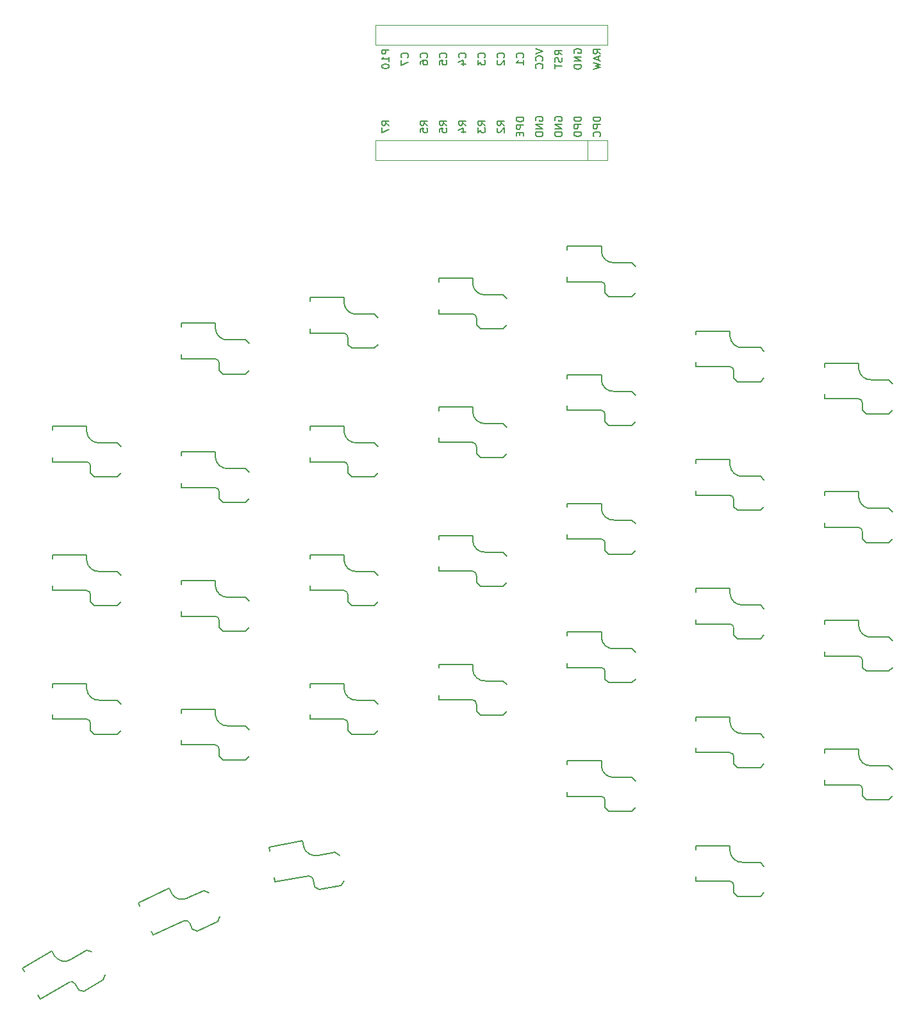
<source format=gbo>
G04 #@! TF.GenerationSoftware,KiCad,Pcbnew,9.0.7+1*
G04 #@! TF.CreationDate,2026-02-15T05:04:06+00:00*
G04 #@! TF.ProjectId,right_pcb,72696768-745f-4706-9362-2e6b69636164,v0.2*
G04 #@! TF.SameCoordinates,Original*
G04 #@! TF.FileFunction,Legend,Bot*
G04 #@! TF.FilePolarity,Positive*
%FSLAX46Y46*%
G04 Gerber Fmt 4.6, Leading zero omitted, Abs format (unit mm)*
G04 Created by KiCad (PCBNEW 9.0.7+1) date 2026-02-15 05:04:06*
%MOMM*%
%LPD*%
G01*
G04 APERTURE LIST*
%ADD10C,0.150000*%
%ADD11C,0.120000*%
%ADD12C,5.100000*%
%ADD13C,2.000000*%
%ADD14C,3.100000*%
%ADD15C,1.800000*%
%ADD16O,1.850000X1.300000*%
%ADD17C,1.000000*%
G04 APERTURE END LIST*
D10*
X268404819Y-42609523D02*
X267928628Y-42276190D01*
X268404819Y-42038095D02*
X267404819Y-42038095D01*
X267404819Y-42038095D02*
X267404819Y-42419047D01*
X267404819Y-42419047D02*
X267452438Y-42514285D01*
X267452438Y-42514285D02*
X267500057Y-42561904D01*
X267500057Y-42561904D02*
X267595295Y-42609523D01*
X267595295Y-42609523D02*
X267738152Y-42609523D01*
X267738152Y-42609523D02*
X267833390Y-42561904D01*
X267833390Y-42561904D02*
X267881009Y-42514285D01*
X267881009Y-42514285D02*
X267928628Y-42419047D01*
X267928628Y-42419047D02*
X267928628Y-42038095D01*
X268119104Y-42990476D02*
X268119104Y-43466666D01*
X268404819Y-42895238D02*
X267404819Y-43228571D01*
X267404819Y-43228571D02*
X268404819Y-43561904D01*
X267404819Y-43800000D02*
X268404819Y-44038095D01*
X268404819Y-44038095D02*
X267690533Y-44228571D01*
X267690533Y-44228571D02*
X268404819Y-44419047D01*
X268404819Y-44419047D02*
X267404819Y-44657143D01*
X268404819Y-50978095D02*
X267404819Y-50978095D01*
X267404819Y-50978095D02*
X267404819Y-51216190D01*
X267404819Y-51216190D02*
X267452438Y-51359047D01*
X267452438Y-51359047D02*
X267547676Y-51454285D01*
X267547676Y-51454285D02*
X267642914Y-51501904D01*
X267642914Y-51501904D02*
X267833390Y-51549523D01*
X267833390Y-51549523D02*
X267976247Y-51549523D01*
X267976247Y-51549523D02*
X268166723Y-51501904D01*
X268166723Y-51501904D02*
X268261961Y-51454285D01*
X268261961Y-51454285D02*
X268357200Y-51359047D01*
X268357200Y-51359047D02*
X268404819Y-51216190D01*
X268404819Y-51216190D02*
X268404819Y-50978095D01*
X268404819Y-51978095D02*
X267404819Y-51978095D01*
X267404819Y-51978095D02*
X267404819Y-52359047D01*
X267404819Y-52359047D02*
X267452438Y-52454285D01*
X267452438Y-52454285D02*
X267500057Y-52501904D01*
X267500057Y-52501904D02*
X267595295Y-52549523D01*
X267595295Y-52549523D02*
X267738152Y-52549523D01*
X267738152Y-52549523D02*
X267833390Y-52501904D01*
X267833390Y-52501904D02*
X267881009Y-52454285D01*
X267881009Y-52454285D02*
X267928628Y-52359047D01*
X267928628Y-52359047D02*
X267928628Y-51978095D01*
X268309580Y-53549523D02*
X268357200Y-53501904D01*
X268357200Y-53501904D02*
X268404819Y-53359047D01*
X268404819Y-53359047D02*
X268404819Y-53263809D01*
X268404819Y-53263809D02*
X268357200Y-53120952D01*
X268357200Y-53120952D02*
X268261961Y-53025714D01*
X268261961Y-53025714D02*
X268166723Y-52978095D01*
X268166723Y-52978095D02*
X267976247Y-52930476D01*
X267976247Y-52930476D02*
X267833390Y-52930476D01*
X267833390Y-52930476D02*
X267642914Y-52978095D01*
X267642914Y-52978095D02*
X267547676Y-53025714D01*
X267547676Y-53025714D02*
X267452438Y-53120952D01*
X267452438Y-53120952D02*
X267404819Y-53263809D01*
X267404819Y-53263809D02*
X267404819Y-53359047D01*
X267404819Y-53359047D02*
X267452438Y-53501904D01*
X267452438Y-53501904D02*
X267500057Y-53549523D01*
X264912438Y-42538095D02*
X264864819Y-42442857D01*
X264864819Y-42442857D02*
X264864819Y-42300000D01*
X264864819Y-42300000D02*
X264912438Y-42157143D01*
X264912438Y-42157143D02*
X265007676Y-42061905D01*
X265007676Y-42061905D02*
X265102914Y-42014286D01*
X265102914Y-42014286D02*
X265293390Y-41966667D01*
X265293390Y-41966667D02*
X265436247Y-41966667D01*
X265436247Y-41966667D02*
X265626723Y-42014286D01*
X265626723Y-42014286D02*
X265721961Y-42061905D01*
X265721961Y-42061905D02*
X265817200Y-42157143D01*
X265817200Y-42157143D02*
X265864819Y-42300000D01*
X265864819Y-42300000D02*
X265864819Y-42395238D01*
X265864819Y-42395238D02*
X265817200Y-42538095D01*
X265817200Y-42538095D02*
X265769580Y-42585714D01*
X265769580Y-42585714D02*
X265436247Y-42585714D01*
X265436247Y-42585714D02*
X265436247Y-42395238D01*
X265864819Y-43014286D02*
X264864819Y-43014286D01*
X264864819Y-43014286D02*
X265864819Y-43585714D01*
X265864819Y-43585714D02*
X264864819Y-43585714D01*
X265864819Y-44061905D02*
X264864819Y-44061905D01*
X264864819Y-44061905D02*
X264864819Y-44300000D01*
X264864819Y-44300000D02*
X264912438Y-44442857D01*
X264912438Y-44442857D02*
X265007676Y-44538095D01*
X265007676Y-44538095D02*
X265102914Y-44585714D01*
X265102914Y-44585714D02*
X265293390Y-44633333D01*
X265293390Y-44633333D02*
X265436247Y-44633333D01*
X265436247Y-44633333D02*
X265626723Y-44585714D01*
X265626723Y-44585714D02*
X265721961Y-44538095D01*
X265721961Y-44538095D02*
X265817200Y-44442857D01*
X265817200Y-44442857D02*
X265864819Y-44300000D01*
X265864819Y-44300000D02*
X265864819Y-44061905D01*
X265864819Y-50978095D02*
X264864819Y-50978095D01*
X264864819Y-50978095D02*
X264864819Y-51216190D01*
X264864819Y-51216190D02*
X264912438Y-51359047D01*
X264912438Y-51359047D02*
X265007676Y-51454285D01*
X265007676Y-51454285D02*
X265102914Y-51501904D01*
X265102914Y-51501904D02*
X265293390Y-51549523D01*
X265293390Y-51549523D02*
X265436247Y-51549523D01*
X265436247Y-51549523D02*
X265626723Y-51501904D01*
X265626723Y-51501904D02*
X265721961Y-51454285D01*
X265721961Y-51454285D02*
X265817200Y-51359047D01*
X265817200Y-51359047D02*
X265864819Y-51216190D01*
X265864819Y-51216190D02*
X265864819Y-50978095D01*
X265864819Y-51978095D02*
X264864819Y-51978095D01*
X264864819Y-51978095D02*
X264864819Y-52359047D01*
X264864819Y-52359047D02*
X264912438Y-52454285D01*
X264912438Y-52454285D02*
X264960057Y-52501904D01*
X264960057Y-52501904D02*
X265055295Y-52549523D01*
X265055295Y-52549523D02*
X265198152Y-52549523D01*
X265198152Y-52549523D02*
X265293390Y-52501904D01*
X265293390Y-52501904D02*
X265341009Y-52454285D01*
X265341009Y-52454285D02*
X265388628Y-52359047D01*
X265388628Y-52359047D02*
X265388628Y-51978095D01*
X265864819Y-52978095D02*
X264864819Y-52978095D01*
X264864819Y-52978095D02*
X264864819Y-53216190D01*
X264864819Y-53216190D02*
X264912438Y-53359047D01*
X264912438Y-53359047D02*
X265007676Y-53454285D01*
X265007676Y-53454285D02*
X265102914Y-53501904D01*
X265102914Y-53501904D02*
X265293390Y-53549523D01*
X265293390Y-53549523D02*
X265436247Y-53549523D01*
X265436247Y-53549523D02*
X265626723Y-53501904D01*
X265626723Y-53501904D02*
X265721961Y-53454285D01*
X265721961Y-53454285D02*
X265817200Y-53359047D01*
X265817200Y-53359047D02*
X265864819Y-53216190D01*
X265864819Y-53216190D02*
X265864819Y-52978095D01*
X263324819Y-42752380D02*
X262848628Y-42419047D01*
X263324819Y-42180952D02*
X262324819Y-42180952D01*
X262324819Y-42180952D02*
X262324819Y-42561904D01*
X262324819Y-42561904D02*
X262372438Y-42657142D01*
X262372438Y-42657142D02*
X262420057Y-42704761D01*
X262420057Y-42704761D02*
X262515295Y-42752380D01*
X262515295Y-42752380D02*
X262658152Y-42752380D01*
X262658152Y-42752380D02*
X262753390Y-42704761D01*
X262753390Y-42704761D02*
X262801009Y-42657142D01*
X262801009Y-42657142D02*
X262848628Y-42561904D01*
X262848628Y-42561904D02*
X262848628Y-42180952D01*
X263277200Y-43133333D02*
X263324819Y-43276190D01*
X263324819Y-43276190D02*
X263324819Y-43514285D01*
X263324819Y-43514285D02*
X263277200Y-43609523D01*
X263277200Y-43609523D02*
X263229580Y-43657142D01*
X263229580Y-43657142D02*
X263134342Y-43704761D01*
X263134342Y-43704761D02*
X263039104Y-43704761D01*
X263039104Y-43704761D02*
X262943866Y-43657142D01*
X262943866Y-43657142D02*
X262896247Y-43609523D01*
X262896247Y-43609523D02*
X262848628Y-43514285D01*
X262848628Y-43514285D02*
X262801009Y-43323809D01*
X262801009Y-43323809D02*
X262753390Y-43228571D01*
X262753390Y-43228571D02*
X262705771Y-43180952D01*
X262705771Y-43180952D02*
X262610533Y-43133333D01*
X262610533Y-43133333D02*
X262515295Y-43133333D01*
X262515295Y-43133333D02*
X262420057Y-43180952D01*
X262420057Y-43180952D02*
X262372438Y-43228571D01*
X262372438Y-43228571D02*
X262324819Y-43323809D01*
X262324819Y-43323809D02*
X262324819Y-43561904D01*
X262324819Y-43561904D02*
X262372438Y-43704761D01*
X262324819Y-43990476D02*
X262324819Y-44561904D01*
X263324819Y-44276190D02*
X262324819Y-44276190D01*
X262372438Y-51478095D02*
X262324819Y-51382857D01*
X262324819Y-51382857D02*
X262324819Y-51240000D01*
X262324819Y-51240000D02*
X262372438Y-51097143D01*
X262372438Y-51097143D02*
X262467676Y-51001905D01*
X262467676Y-51001905D02*
X262562914Y-50954286D01*
X262562914Y-50954286D02*
X262753390Y-50906667D01*
X262753390Y-50906667D02*
X262896247Y-50906667D01*
X262896247Y-50906667D02*
X263086723Y-50954286D01*
X263086723Y-50954286D02*
X263181961Y-51001905D01*
X263181961Y-51001905D02*
X263277200Y-51097143D01*
X263277200Y-51097143D02*
X263324819Y-51240000D01*
X263324819Y-51240000D02*
X263324819Y-51335238D01*
X263324819Y-51335238D02*
X263277200Y-51478095D01*
X263277200Y-51478095D02*
X263229580Y-51525714D01*
X263229580Y-51525714D02*
X262896247Y-51525714D01*
X262896247Y-51525714D02*
X262896247Y-51335238D01*
X263324819Y-51954286D02*
X262324819Y-51954286D01*
X262324819Y-51954286D02*
X263324819Y-52525714D01*
X263324819Y-52525714D02*
X262324819Y-52525714D01*
X263324819Y-53001905D02*
X262324819Y-53001905D01*
X262324819Y-53001905D02*
X262324819Y-53240000D01*
X262324819Y-53240000D02*
X262372438Y-53382857D01*
X262372438Y-53382857D02*
X262467676Y-53478095D01*
X262467676Y-53478095D02*
X262562914Y-53525714D01*
X262562914Y-53525714D02*
X262753390Y-53573333D01*
X262753390Y-53573333D02*
X262896247Y-53573333D01*
X262896247Y-53573333D02*
X263086723Y-53525714D01*
X263086723Y-53525714D02*
X263181961Y-53478095D01*
X263181961Y-53478095D02*
X263277200Y-53382857D01*
X263277200Y-53382857D02*
X263324819Y-53240000D01*
X263324819Y-53240000D02*
X263324819Y-53001905D01*
X259784819Y-41966667D02*
X260784819Y-42300000D01*
X260784819Y-42300000D02*
X259784819Y-42633333D01*
X260689580Y-43538095D02*
X260737200Y-43490476D01*
X260737200Y-43490476D02*
X260784819Y-43347619D01*
X260784819Y-43347619D02*
X260784819Y-43252381D01*
X260784819Y-43252381D02*
X260737200Y-43109524D01*
X260737200Y-43109524D02*
X260641961Y-43014286D01*
X260641961Y-43014286D02*
X260546723Y-42966667D01*
X260546723Y-42966667D02*
X260356247Y-42919048D01*
X260356247Y-42919048D02*
X260213390Y-42919048D01*
X260213390Y-42919048D02*
X260022914Y-42966667D01*
X260022914Y-42966667D02*
X259927676Y-43014286D01*
X259927676Y-43014286D02*
X259832438Y-43109524D01*
X259832438Y-43109524D02*
X259784819Y-43252381D01*
X259784819Y-43252381D02*
X259784819Y-43347619D01*
X259784819Y-43347619D02*
X259832438Y-43490476D01*
X259832438Y-43490476D02*
X259880057Y-43538095D01*
X260689580Y-44538095D02*
X260737200Y-44490476D01*
X260737200Y-44490476D02*
X260784819Y-44347619D01*
X260784819Y-44347619D02*
X260784819Y-44252381D01*
X260784819Y-44252381D02*
X260737200Y-44109524D01*
X260737200Y-44109524D02*
X260641961Y-44014286D01*
X260641961Y-44014286D02*
X260546723Y-43966667D01*
X260546723Y-43966667D02*
X260356247Y-43919048D01*
X260356247Y-43919048D02*
X260213390Y-43919048D01*
X260213390Y-43919048D02*
X260022914Y-43966667D01*
X260022914Y-43966667D02*
X259927676Y-44014286D01*
X259927676Y-44014286D02*
X259832438Y-44109524D01*
X259832438Y-44109524D02*
X259784819Y-44252381D01*
X259784819Y-44252381D02*
X259784819Y-44347619D01*
X259784819Y-44347619D02*
X259832438Y-44490476D01*
X259832438Y-44490476D02*
X259880057Y-44538095D01*
X259832438Y-51478095D02*
X259784819Y-51382857D01*
X259784819Y-51382857D02*
X259784819Y-51240000D01*
X259784819Y-51240000D02*
X259832438Y-51097143D01*
X259832438Y-51097143D02*
X259927676Y-51001905D01*
X259927676Y-51001905D02*
X260022914Y-50954286D01*
X260022914Y-50954286D02*
X260213390Y-50906667D01*
X260213390Y-50906667D02*
X260356247Y-50906667D01*
X260356247Y-50906667D02*
X260546723Y-50954286D01*
X260546723Y-50954286D02*
X260641961Y-51001905D01*
X260641961Y-51001905D02*
X260737200Y-51097143D01*
X260737200Y-51097143D02*
X260784819Y-51240000D01*
X260784819Y-51240000D02*
X260784819Y-51335238D01*
X260784819Y-51335238D02*
X260737200Y-51478095D01*
X260737200Y-51478095D02*
X260689580Y-51525714D01*
X260689580Y-51525714D02*
X260356247Y-51525714D01*
X260356247Y-51525714D02*
X260356247Y-51335238D01*
X260784819Y-51954286D02*
X259784819Y-51954286D01*
X259784819Y-51954286D02*
X260784819Y-52525714D01*
X260784819Y-52525714D02*
X259784819Y-52525714D01*
X260784819Y-53001905D02*
X259784819Y-53001905D01*
X259784819Y-53001905D02*
X259784819Y-53240000D01*
X259784819Y-53240000D02*
X259832438Y-53382857D01*
X259832438Y-53382857D02*
X259927676Y-53478095D01*
X259927676Y-53478095D02*
X260022914Y-53525714D01*
X260022914Y-53525714D02*
X260213390Y-53573333D01*
X260213390Y-53573333D02*
X260356247Y-53573333D01*
X260356247Y-53573333D02*
X260546723Y-53525714D01*
X260546723Y-53525714D02*
X260641961Y-53478095D01*
X260641961Y-53478095D02*
X260737200Y-53382857D01*
X260737200Y-53382857D02*
X260784819Y-53240000D01*
X260784819Y-53240000D02*
X260784819Y-53001905D01*
X258149580Y-43133333D02*
X258197200Y-43085714D01*
X258197200Y-43085714D02*
X258244819Y-42942857D01*
X258244819Y-42942857D02*
X258244819Y-42847619D01*
X258244819Y-42847619D02*
X258197200Y-42704762D01*
X258197200Y-42704762D02*
X258101961Y-42609524D01*
X258101961Y-42609524D02*
X258006723Y-42561905D01*
X258006723Y-42561905D02*
X257816247Y-42514286D01*
X257816247Y-42514286D02*
X257673390Y-42514286D01*
X257673390Y-42514286D02*
X257482914Y-42561905D01*
X257482914Y-42561905D02*
X257387676Y-42609524D01*
X257387676Y-42609524D02*
X257292438Y-42704762D01*
X257292438Y-42704762D02*
X257244819Y-42847619D01*
X257244819Y-42847619D02*
X257244819Y-42942857D01*
X257244819Y-42942857D02*
X257292438Y-43085714D01*
X257292438Y-43085714D02*
X257340057Y-43133333D01*
X258244819Y-44085714D02*
X258244819Y-43514286D01*
X258244819Y-43800000D02*
X257244819Y-43800000D01*
X257244819Y-43800000D02*
X257387676Y-43704762D01*
X257387676Y-43704762D02*
X257482914Y-43609524D01*
X257482914Y-43609524D02*
X257530533Y-43514286D01*
X258244819Y-51025714D02*
X257244819Y-51025714D01*
X257244819Y-51025714D02*
X257244819Y-51263809D01*
X257244819Y-51263809D02*
X257292438Y-51406666D01*
X257292438Y-51406666D02*
X257387676Y-51501904D01*
X257387676Y-51501904D02*
X257482914Y-51549523D01*
X257482914Y-51549523D02*
X257673390Y-51597142D01*
X257673390Y-51597142D02*
X257816247Y-51597142D01*
X257816247Y-51597142D02*
X258006723Y-51549523D01*
X258006723Y-51549523D02*
X258101961Y-51501904D01*
X258101961Y-51501904D02*
X258197200Y-51406666D01*
X258197200Y-51406666D02*
X258244819Y-51263809D01*
X258244819Y-51263809D02*
X258244819Y-51025714D01*
X258244819Y-52025714D02*
X257244819Y-52025714D01*
X257244819Y-52025714D02*
X257244819Y-52406666D01*
X257244819Y-52406666D02*
X257292438Y-52501904D01*
X257292438Y-52501904D02*
X257340057Y-52549523D01*
X257340057Y-52549523D02*
X257435295Y-52597142D01*
X257435295Y-52597142D02*
X257578152Y-52597142D01*
X257578152Y-52597142D02*
X257673390Y-52549523D01*
X257673390Y-52549523D02*
X257721009Y-52501904D01*
X257721009Y-52501904D02*
X257768628Y-52406666D01*
X257768628Y-52406666D02*
X257768628Y-52025714D01*
X257721009Y-53025714D02*
X257721009Y-53359047D01*
X258244819Y-53501904D02*
X258244819Y-53025714D01*
X258244819Y-53025714D02*
X257244819Y-53025714D01*
X257244819Y-53025714D02*
X257244819Y-53501904D01*
X255609580Y-43133333D02*
X255657200Y-43085714D01*
X255657200Y-43085714D02*
X255704819Y-42942857D01*
X255704819Y-42942857D02*
X255704819Y-42847619D01*
X255704819Y-42847619D02*
X255657200Y-42704762D01*
X255657200Y-42704762D02*
X255561961Y-42609524D01*
X255561961Y-42609524D02*
X255466723Y-42561905D01*
X255466723Y-42561905D02*
X255276247Y-42514286D01*
X255276247Y-42514286D02*
X255133390Y-42514286D01*
X255133390Y-42514286D02*
X254942914Y-42561905D01*
X254942914Y-42561905D02*
X254847676Y-42609524D01*
X254847676Y-42609524D02*
X254752438Y-42704762D01*
X254752438Y-42704762D02*
X254704819Y-42847619D01*
X254704819Y-42847619D02*
X254704819Y-42942857D01*
X254704819Y-42942857D02*
X254752438Y-43085714D01*
X254752438Y-43085714D02*
X254800057Y-43133333D01*
X254800057Y-43514286D02*
X254752438Y-43561905D01*
X254752438Y-43561905D02*
X254704819Y-43657143D01*
X254704819Y-43657143D02*
X254704819Y-43895238D01*
X254704819Y-43895238D02*
X254752438Y-43990476D01*
X254752438Y-43990476D02*
X254800057Y-44038095D01*
X254800057Y-44038095D02*
X254895295Y-44085714D01*
X254895295Y-44085714D02*
X254990533Y-44085714D01*
X254990533Y-44085714D02*
X255133390Y-44038095D01*
X255133390Y-44038095D02*
X255704819Y-43466667D01*
X255704819Y-43466667D02*
X255704819Y-44085714D01*
X255704819Y-52073333D02*
X255228628Y-51740000D01*
X255704819Y-51501905D02*
X254704819Y-51501905D01*
X254704819Y-51501905D02*
X254704819Y-51882857D01*
X254704819Y-51882857D02*
X254752438Y-51978095D01*
X254752438Y-51978095D02*
X254800057Y-52025714D01*
X254800057Y-52025714D02*
X254895295Y-52073333D01*
X254895295Y-52073333D02*
X255038152Y-52073333D01*
X255038152Y-52073333D02*
X255133390Y-52025714D01*
X255133390Y-52025714D02*
X255181009Y-51978095D01*
X255181009Y-51978095D02*
X255228628Y-51882857D01*
X255228628Y-51882857D02*
X255228628Y-51501905D01*
X254800057Y-52454286D02*
X254752438Y-52501905D01*
X254752438Y-52501905D02*
X254704819Y-52597143D01*
X254704819Y-52597143D02*
X254704819Y-52835238D01*
X254704819Y-52835238D02*
X254752438Y-52930476D01*
X254752438Y-52930476D02*
X254800057Y-52978095D01*
X254800057Y-52978095D02*
X254895295Y-53025714D01*
X254895295Y-53025714D02*
X254990533Y-53025714D01*
X254990533Y-53025714D02*
X255133390Y-52978095D01*
X255133390Y-52978095D02*
X255704819Y-52406667D01*
X255704819Y-52406667D02*
X255704819Y-53025714D01*
X253069580Y-43133333D02*
X253117200Y-43085714D01*
X253117200Y-43085714D02*
X253164819Y-42942857D01*
X253164819Y-42942857D02*
X253164819Y-42847619D01*
X253164819Y-42847619D02*
X253117200Y-42704762D01*
X253117200Y-42704762D02*
X253021961Y-42609524D01*
X253021961Y-42609524D02*
X252926723Y-42561905D01*
X252926723Y-42561905D02*
X252736247Y-42514286D01*
X252736247Y-42514286D02*
X252593390Y-42514286D01*
X252593390Y-42514286D02*
X252402914Y-42561905D01*
X252402914Y-42561905D02*
X252307676Y-42609524D01*
X252307676Y-42609524D02*
X252212438Y-42704762D01*
X252212438Y-42704762D02*
X252164819Y-42847619D01*
X252164819Y-42847619D02*
X252164819Y-42942857D01*
X252164819Y-42942857D02*
X252212438Y-43085714D01*
X252212438Y-43085714D02*
X252260057Y-43133333D01*
X252164819Y-43466667D02*
X252164819Y-44085714D01*
X252164819Y-44085714D02*
X252545771Y-43752381D01*
X252545771Y-43752381D02*
X252545771Y-43895238D01*
X252545771Y-43895238D02*
X252593390Y-43990476D01*
X252593390Y-43990476D02*
X252641009Y-44038095D01*
X252641009Y-44038095D02*
X252736247Y-44085714D01*
X252736247Y-44085714D02*
X252974342Y-44085714D01*
X252974342Y-44085714D02*
X253069580Y-44038095D01*
X253069580Y-44038095D02*
X253117200Y-43990476D01*
X253117200Y-43990476D02*
X253164819Y-43895238D01*
X253164819Y-43895238D02*
X253164819Y-43609524D01*
X253164819Y-43609524D02*
X253117200Y-43514286D01*
X253117200Y-43514286D02*
X253069580Y-43466667D01*
X253164819Y-52073333D02*
X252688628Y-51740000D01*
X253164819Y-51501905D02*
X252164819Y-51501905D01*
X252164819Y-51501905D02*
X252164819Y-51882857D01*
X252164819Y-51882857D02*
X252212438Y-51978095D01*
X252212438Y-51978095D02*
X252260057Y-52025714D01*
X252260057Y-52025714D02*
X252355295Y-52073333D01*
X252355295Y-52073333D02*
X252498152Y-52073333D01*
X252498152Y-52073333D02*
X252593390Y-52025714D01*
X252593390Y-52025714D02*
X252641009Y-51978095D01*
X252641009Y-51978095D02*
X252688628Y-51882857D01*
X252688628Y-51882857D02*
X252688628Y-51501905D01*
X252164819Y-52406667D02*
X252164819Y-53025714D01*
X252164819Y-53025714D02*
X252545771Y-52692381D01*
X252545771Y-52692381D02*
X252545771Y-52835238D01*
X252545771Y-52835238D02*
X252593390Y-52930476D01*
X252593390Y-52930476D02*
X252641009Y-52978095D01*
X252641009Y-52978095D02*
X252736247Y-53025714D01*
X252736247Y-53025714D02*
X252974342Y-53025714D01*
X252974342Y-53025714D02*
X253069580Y-52978095D01*
X253069580Y-52978095D02*
X253117200Y-52930476D01*
X253117200Y-52930476D02*
X253164819Y-52835238D01*
X253164819Y-52835238D02*
X253164819Y-52549524D01*
X253164819Y-52549524D02*
X253117200Y-52454286D01*
X253117200Y-52454286D02*
X253069580Y-52406667D01*
X250529580Y-43133333D02*
X250577200Y-43085714D01*
X250577200Y-43085714D02*
X250624819Y-42942857D01*
X250624819Y-42942857D02*
X250624819Y-42847619D01*
X250624819Y-42847619D02*
X250577200Y-42704762D01*
X250577200Y-42704762D02*
X250481961Y-42609524D01*
X250481961Y-42609524D02*
X250386723Y-42561905D01*
X250386723Y-42561905D02*
X250196247Y-42514286D01*
X250196247Y-42514286D02*
X250053390Y-42514286D01*
X250053390Y-42514286D02*
X249862914Y-42561905D01*
X249862914Y-42561905D02*
X249767676Y-42609524D01*
X249767676Y-42609524D02*
X249672438Y-42704762D01*
X249672438Y-42704762D02*
X249624819Y-42847619D01*
X249624819Y-42847619D02*
X249624819Y-42942857D01*
X249624819Y-42942857D02*
X249672438Y-43085714D01*
X249672438Y-43085714D02*
X249720057Y-43133333D01*
X249958152Y-43990476D02*
X250624819Y-43990476D01*
X249577200Y-43752381D02*
X250291485Y-43514286D01*
X250291485Y-43514286D02*
X250291485Y-44133333D01*
X250624819Y-52073333D02*
X250148628Y-51740000D01*
X250624819Y-51501905D02*
X249624819Y-51501905D01*
X249624819Y-51501905D02*
X249624819Y-51882857D01*
X249624819Y-51882857D02*
X249672438Y-51978095D01*
X249672438Y-51978095D02*
X249720057Y-52025714D01*
X249720057Y-52025714D02*
X249815295Y-52073333D01*
X249815295Y-52073333D02*
X249958152Y-52073333D01*
X249958152Y-52073333D02*
X250053390Y-52025714D01*
X250053390Y-52025714D02*
X250101009Y-51978095D01*
X250101009Y-51978095D02*
X250148628Y-51882857D01*
X250148628Y-51882857D02*
X250148628Y-51501905D01*
X249958152Y-52930476D02*
X250624819Y-52930476D01*
X249577200Y-52692381D02*
X250291485Y-52454286D01*
X250291485Y-52454286D02*
X250291485Y-53073333D01*
X247989580Y-43133333D02*
X248037200Y-43085714D01*
X248037200Y-43085714D02*
X248084819Y-42942857D01*
X248084819Y-42942857D02*
X248084819Y-42847619D01*
X248084819Y-42847619D02*
X248037200Y-42704762D01*
X248037200Y-42704762D02*
X247941961Y-42609524D01*
X247941961Y-42609524D02*
X247846723Y-42561905D01*
X247846723Y-42561905D02*
X247656247Y-42514286D01*
X247656247Y-42514286D02*
X247513390Y-42514286D01*
X247513390Y-42514286D02*
X247322914Y-42561905D01*
X247322914Y-42561905D02*
X247227676Y-42609524D01*
X247227676Y-42609524D02*
X247132438Y-42704762D01*
X247132438Y-42704762D02*
X247084819Y-42847619D01*
X247084819Y-42847619D02*
X247084819Y-42942857D01*
X247084819Y-42942857D02*
X247132438Y-43085714D01*
X247132438Y-43085714D02*
X247180057Y-43133333D01*
X247084819Y-44038095D02*
X247084819Y-43561905D01*
X247084819Y-43561905D02*
X247561009Y-43514286D01*
X247561009Y-43514286D02*
X247513390Y-43561905D01*
X247513390Y-43561905D02*
X247465771Y-43657143D01*
X247465771Y-43657143D02*
X247465771Y-43895238D01*
X247465771Y-43895238D02*
X247513390Y-43990476D01*
X247513390Y-43990476D02*
X247561009Y-44038095D01*
X247561009Y-44038095D02*
X247656247Y-44085714D01*
X247656247Y-44085714D02*
X247894342Y-44085714D01*
X247894342Y-44085714D02*
X247989580Y-44038095D01*
X247989580Y-44038095D02*
X248037200Y-43990476D01*
X248037200Y-43990476D02*
X248084819Y-43895238D01*
X248084819Y-43895238D02*
X248084819Y-43657143D01*
X248084819Y-43657143D02*
X248037200Y-43561905D01*
X248037200Y-43561905D02*
X247989580Y-43514286D01*
X248084819Y-52073333D02*
X247608628Y-51740000D01*
X248084819Y-51501905D02*
X247084819Y-51501905D01*
X247084819Y-51501905D02*
X247084819Y-51882857D01*
X247084819Y-51882857D02*
X247132438Y-51978095D01*
X247132438Y-51978095D02*
X247180057Y-52025714D01*
X247180057Y-52025714D02*
X247275295Y-52073333D01*
X247275295Y-52073333D02*
X247418152Y-52073333D01*
X247418152Y-52073333D02*
X247513390Y-52025714D01*
X247513390Y-52025714D02*
X247561009Y-51978095D01*
X247561009Y-51978095D02*
X247608628Y-51882857D01*
X247608628Y-51882857D02*
X247608628Y-51501905D01*
X247084819Y-52978095D02*
X247084819Y-52501905D01*
X247084819Y-52501905D02*
X247561009Y-52454286D01*
X247561009Y-52454286D02*
X247513390Y-52501905D01*
X247513390Y-52501905D02*
X247465771Y-52597143D01*
X247465771Y-52597143D02*
X247465771Y-52835238D01*
X247465771Y-52835238D02*
X247513390Y-52930476D01*
X247513390Y-52930476D02*
X247561009Y-52978095D01*
X247561009Y-52978095D02*
X247656247Y-53025714D01*
X247656247Y-53025714D02*
X247894342Y-53025714D01*
X247894342Y-53025714D02*
X247989580Y-52978095D01*
X247989580Y-52978095D02*
X248037200Y-52930476D01*
X248037200Y-52930476D02*
X248084819Y-52835238D01*
X248084819Y-52835238D02*
X248084819Y-52597143D01*
X248084819Y-52597143D02*
X248037200Y-52501905D01*
X248037200Y-52501905D02*
X247989580Y-52454286D01*
X245449580Y-43133333D02*
X245497200Y-43085714D01*
X245497200Y-43085714D02*
X245544819Y-42942857D01*
X245544819Y-42942857D02*
X245544819Y-42847619D01*
X245544819Y-42847619D02*
X245497200Y-42704762D01*
X245497200Y-42704762D02*
X245401961Y-42609524D01*
X245401961Y-42609524D02*
X245306723Y-42561905D01*
X245306723Y-42561905D02*
X245116247Y-42514286D01*
X245116247Y-42514286D02*
X244973390Y-42514286D01*
X244973390Y-42514286D02*
X244782914Y-42561905D01*
X244782914Y-42561905D02*
X244687676Y-42609524D01*
X244687676Y-42609524D02*
X244592438Y-42704762D01*
X244592438Y-42704762D02*
X244544819Y-42847619D01*
X244544819Y-42847619D02*
X244544819Y-42942857D01*
X244544819Y-42942857D02*
X244592438Y-43085714D01*
X244592438Y-43085714D02*
X244640057Y-43133333D01*
X244544819Y-43990476D02*
X244544819Y-43800000D01*
X244544819Y-43800000D02*
X244592438Y-43704762D01*
X244592438Y-43704762D02*
X244640057Y-43657143D01*
X244640057Y-43657143D02*
X244782914Y-43561905D01*
X244782914Y-43561905D02*
X244973390Y-43514286D01*
X244973390Y-43514286D02*
X245354342Y-43514286D01*
X245354342Y-43514286D02*
X245449580Y-43561905D01*
X245449580Y-43561905D02*
X245497200Y-43609524D01*
X245497200Y-43609524D02*
X245544819Y-43704762D01*
X245544819Y-43704762D02*
X245544819Y-43895238D01*
X245544819Y-43895238D02*
X245497200Y-43990476D01*
X245497200Y-43990476D02*
X245449580Y-44038095D01*
X245449580Y-44038095D02*
X245354342Y-44085714D01*
X245354342Y-44085714D02*
X245116247Y-44085714D01*
X245116247Y-44085714D02*
X245021009Y-44038095D01*
X245021009Y-44038095D02*
X244973390Y-43990476D01*
X244973390Y-43990476D02*
X244925771Y-43895238D01*
X244925771Y-43895238D02*
X244925771Y-43704762D01*
X244925771Y-43704762D02*
X244973390Y-43609524D01*
X244973390Y-43609524D02*
X245021009Y-43561905D01*
X245021009Y-43561905D02*
X245116247Y-43514286D01*
X245544819Y-52073333D02*
X245068628Y-51740000D01*
X245544819Y-51501905D02*
X244544819Y-51501905D01*
X244544819Y-51501905D02*
X244544819Y-51882857D01*
X244544819Y-51882857D02*
X244592438Y-51978095D01*
X244592438Y-51978095D02*
X244640057Y-52025714D01*
X244640057Y-52025714D02*
X244735295Y-52073333D01*
X244735295Y-52073333D02*
X244878152Y-52073333D01*
X244878152Y-52073333D02*
X244973390Y-52025714D01*
X244973390Y-52025714D02*
X245021009Y-51978095D01*
X245021009Y-51978095D02*
X245068628Y-51882857D01*
X245068628Y-51882857D02*
X245068628Y-51501905D01*
X244544819Y-52978095D02*
X244544819Y-52501905D01*
X244544819Y-52501905D02*
X245021009Y-52454286D01*
X245021009Y-52454286D02*
X244973390Y-52501905D01*
X244973390Y-52501905D02*
X244925771Y-52597143D01*
X244925771Y-52597143D02*
X244925771Y-52835238D01*
X244925771Y-52835238D02*
X244973390Y-52930476D01*
X244973390Y-52930476D02*
X245021009Y-52978095D01*
X245021009Y-52978095D02*
X245116247Y-53025714D01*
X245116247Y-53025714D02*
X245354342Y-53025714D01*
X245354342Y-53025714D02*
X245449580Y-52978095D01*
X245449580Y-52978095D02*
X245497200Y-52930476D01*
X245497200Y-52930476D02*
X245544819Y-52835238D01*
X245544819Y-52835238D02*
X245544819Y-52597143D01*
X245544819Y-52597143D02*
X245497200Y-52501905D01*
X245497200Y-52501905D02*
X245449580Y-52454286D01*
X242909580Y-43133333D02*
X242957200Y-43085714D01*
X242957200Y-43085714D02*
X243004819Y-42942857D01*
X243004819Y-42942857D02*
X243004819Y-42847619D01*
X243004819Y-42847619D02*
X242957200Y-42704762D01*
X242957200Y-42704762D02*
X242861961Y-42609524D01*
X242861961Y-42609524D02*
X242766723Y-42561905D01*
X242766723Y-42561905D02*
X242576247Y-42514286D01*
X242576247Y-42514286D02*
X242433390Y-42514286D01*
X242433390Y-42514286D02*
X242242914Y-42561905D01*
X242242914Y-42561905D02*
X242147676Y-42609524D01*
X242147676Y-42609524D02*
X242052438Y-42704762D01*
X242052438Y-42704762D02*
X242004819Y-42847619D01*
X242004819Y-42847619D02*
X242004819Y-42942857D01*
X242004819Y-42942857D02*
X242052438Y-43085714D01*
X242052438Y-43085714D02*
X242100057Y-43133333D01*
X242004819Y-43466667D02*
X242004819Y-44133333D01*
X242004819Y-44133333D02*
X243004819Y-43704762D01*
X240464819Y-42085714D02*
X239464819Y-42085714D01*
X239464819Y-42085714D02*
X239464819Y-42466666D01*
X239464819Y-42466666D02*
X239512438Y-42561904D01*
X239512438Y-42561904D02*
X239560057Y-42609523D01*
X239560057Y-42609523D02*
X239655295Y-42657142D01*
X239655295Y-42657142D02*
X239798152Y-42657142D01*
X239798152Y-42657142D02*
X239893390Y-42609523D01*
X239893390Y-42609523D02*
X239941009Y-42561904D01*
X239941009Y-42561904D02*
X239988628Y-42466666D01*
X239988628Y-42466666D02*
X239988628Y-42085714D01*
X240464819Y-43609523D02*
X240464819Y-43038095D01*
X240464819Y-43323809D02*
X239464819Y-43323809D01*
X239464819Y-43323809D02*
X239607676Y-43228571D01*
X239607676Y-43228571D02*
X239702914Y-43133333D01*
X239702914Y-43133333D02*
X239750533Y-43038095D01*
X239464819Y-44228571D02*
X239464819Y-44323809D01*
X239464819Y-44323809D02*
X239512438Y-44419047D01*
X239512438Y-44419047D02*
X239560057Y-44466666D01*
X239560057Y-44466666D02*
X239655295Y-44514285D01*
X239655295Y-44514285D02*
X239845771Y-44561904D01*
X239845771Y-44561904D02*
X240083866Y-44561904D01*
X240083866Y-44561904D02*
X240274342Y-44514285D01*
X240274342Y-44514285D02*
X240369580Y-44466666D01*
X240369580Y-44466666D02*
X240417200Y-44419047D01*
X240417200Y-44419047D02*
X240464819Y-44323809D01*
X240464819Y-44323809D02*
X240464819Y-44228571D01*
X240464819Y-44228571D02*
X240417200Y-44133333D01*
X240417200Y-44133333D02*
X240369580Y-44085714D01*
X240369580Y-44085714D02*
X240274342Y-44038095D01*
X240274342Y-44038095D02*
X240083866Y-43990476D01*
X240083866Y-43990476D02*
X239845771Y-43990476D01*
X239845771Y-43990476D02*
X239655295Y-44038095D01*
X239655295Y-44038095D02*
X239560057Y-44085714D01*
X239560057Y-44085714D02*
X239512438Y-44133333D01*
X239512438Y-44133333D02*
X239464819Y-44228571D01*
X240464819Y-52073333D02*
X239988628Y-51740000D01*
X240464819Y-51501905D02*
X239464819Y-51501905D01*
X239464819Y-51501905D02*
X239464819Y-51882857D01*
X239464819Y-51882857D02*
X239512438Y-51978095D01*
X239512438Y-51978095D02*
X239560057Y-52025714D01*
X239560057Y-52025714D02*
X239655295Y-52073333D01*
X239655295Y-52073333D02*
X239798152Y-52073333D01*
X239798152Y-52073333D02*
X239893390Y-52025714D01*
X239893390Y-52025714D02*
X239941009Y-51978095D01*
X239941009Y-51978095D02*
X239988628Y-51882857D01*
X239988628Y-51882857D02*
X239988628Y-51501905D01*
X239464819Y-52406667D02*
X239464819Y-53073333D01*
X239464819Y-53073333D02*
X240464819Y-52644762D01*
X306500000Y-141200000D02*
X307000000Y-140700000D01*
X303500000Y-141200000D02*
X306500000Y-141200000D01*
X303000000Y-140700000D02*
X303500000Y-141200000D01*
X303000000Y-140700000D02*
X303000000Y-139780000D01*
X302480000Y-139200000D02*
X298000000Y-139200000D01*
X298000000Y-139200000D02*
X298000000Y-138600000D01*
X302480000Y-139200000D02*
G75*
G02*
X303000000Y-139780000I-30000J-550000D01*
G01*
X306500000Y-136700000D02*
X307000000Y-137200000D01*
X304200000Y-136700000D02*
X306500000Y-136700000D01*
X302500000Y-134500000D02*
X302500000Y-135200000D01*
X298000000Y-134500000D02*
X302500000Y-134500000D01*
X298000000Y-135000000D02*
X298000000Y-134500000D01*
X304200000Y-136700000D02*
G75*
G02*
X302500000Y-135220000I-110000J1590000D01*
G01*
X306500000Y-124200000D02*
X307000000Y-123700000D01*
X303500000Y-124200000D02*
X306500000Y-124200000D01*
X303000000Y-123700000D02*
X303500000Y-124200000D01*
X303000000Y-123700000D02*
X303000000Y-122780000D01*
X302480000Y-122200000D02*
X298000000Y-122200000D01*
X298000000Y-122200000D02*
X298000000Y-121600000D01*
X302480000Y-122200000D02*
G75*
G02*
X303000000Y-122780000I-30000J-550000D01*
G01*
X306500000Y-119700000D02*
X307000000Y-120200000D01*
X304200000Y-119700000D02*
X306500000Y-119700000D01*
X302500000Y-117500000D02*
X302500000Y-118200000D01*
X298000000Y-117500000D02*
X302500000Y-117500000D01*
X298000000Y-118000000D02*
X298000000Y-117500000D01*
X304200000Y-119700000D02*
G75*
G02*
X302500000Y-118220000I-110000J1590000D01*
G01*
X306500000Y-107200000D02*
X307000000Y-106700000D01*
X303500000Y-107200000D02*
X306500000Y-107200000D01*
X303000000Y-106700000D02*
X303500000Y-107200000D01*
X303000000Y-106700000D02*
X303000000Y-105780000D01*
X302480000Y-105200000D02*
X298000000Y-105200000D01*
X298000000Y-105200000D02*
X298000000Y-104600000D01*
X302480000Y-105200000D02*
G75*
G02*
X303000000Y-105780000I-30000J-550000D01*
G01*
X306500000Y-102700000D02*
X307000000Y-103200000D01*
X304200000Y-102700000D02*
X306500000Y-102700000D01*
X302500000Y-100500000D02*
X302500000Y-101200000D01*
X298000000Y-100500000D02*
X302500000Y-100500000D01*
X298000000Y-101000000D02*
X298000000Y-100500000D01*
X304200000Y-102700000D02*
G75*
G02*
X302500000Y-101220000I-110000J1590000D01*
G01*
X306500000Y-90200000D02*
X307000000Y-89700000D01*
X303500000Y-90200000D02*
X306500000Y-90200000D01*
X303000000Y-89700000D02*
X303500000Y-90200000D01*
X303000000Y-89700000D02*
X303000000Y-88780000D01*
X302480000Y-88200000D02*
X298000000Y-88200000D01*
X298000000Y-88200000D02*
X298000000Y-87600000D01*
X302480000Y-88200000D02*
G75*
G02*
X303000000Y-88780000I-30000J-550000D01*
G01*
X306500000Y-85700000D02*
X307000000Y-86200000D01*
X304200000Y-85700000D02*
X306500000Y-85700000D01*
X302500000Y-83500000D02*
X302500000Y-84200000D01*
X298000000Y-83500000D02*
X302500000Y-83500000D01*
X298000000Y-84000000D02*
X298000000Y-83500000D01*
X304200000Y-85700000D02*
G75*
G02*
X302500000Y-84220000I-110000J1590000D01*
G01*
X289500000Y-153950000D02*
X290000000Y-153450000D01*
X286500000Y-153950000D02*
X289500000Y-153950000D01*
X286000000Y-153450000D02*
X286500000Y-153950000D01*
X286000000Y-153450000D02*
X286000000Y-152530000D01*
X285480000Y-151950000D02*
X281000000Y-151950000D01*
X281000000Y-151950000D02*
X281000000Y-151350000D01*
X285480000Y-151950000D02*
G75*
G02*
X286000000Y-152530000I-30000J-550000D01*
G01*
X289500000Y-149450000D02*
X290000000Y-149950000D01*
X287200000Y-149450000D02*
X289500000Y-149450000D01*
X285500000Y-147250000D02*
X285500000Y-147950000D01*
X281000000Y-147250000D02*
X285500000Y-147250000D01*
X281000000Y-147750000D02*
X281000000Y-147250000D01*
X287200000Y-149450000D02*
G75*
G02*
X285500000Y-147970000I-110000J1590000D01*
G01*
X289500000Y-136950000D02*
X290000000Y-136450000D01*
X286500000Y-136950000D02*
X289500000Y-136950000D01*
X286000000Y-136450000D02*
X286500000Y-136950000D01*
X286000000Y-136450000D02*
X286000000Y-135530000D01*
X285480000Y-134950000D02*
X281000000Y-134950000D01*
X281000000Y-134950000D02*
X281000000Y-134350000D01*
X285480000Y-134950000D02*
G75*
G02*
X286000000Y-135530000I-30000J-550000D01*
G01*
X289500000Y-132450000D02*
X290000000Y-132950000D01*
X287200000Y-132450000D02*
X289500000Y-132450000D01*
X285500000Y-130250000D02*
X285500000Y-130950000D01*
X281000000Y-130250000D02*
X285500000Y-130250000D01*
X281000000Y-130750000D02*
X281000000Y-130250000D01*
X287200000Y-132450000D02*
G75*
G02*
X285500000Y-130970000I-110000J1590000D01*
G01*
X289500000Y-119950000D02*
X290000000Y-119450000D01*
X286500000Y-119950000D02*
X289500000Y-119950000D01*
X286000000Y-119450000D02*
X286500000Y-119950000D01*
X286000000Y-119450000D02*
X286000000Y-118530000D01*
X285480000Y-117950000D02*
X281000000Y-117950000D01*
X281000000Y-117950000D02*
X281000000Y-117350000D01*
X285480000Y-117950000D02*
G75*
G02*
X286000000Y-118530000I-30000J-550000D01*
G01*
X289500000Y-115450000D02*
X290000000Y-115950000D01*
X287200000Y-115450000D02*
X289500000Y-115450000D01*
X285500000Y-113250000D02*
X285500000Y-113950000D01*
X281000000Y-113250000D02*
X285500000Y-113250000D01*
X281000000Y-113750000D02*
X281000000Y-113250000D01*
X287200000Y-115450000D02*
G75*
G02*
X285500000Y-113970000I-110000J1590000D01*
G01*
X289500000Y-102950000D02*
X290000000Y-102450000D01*
X286500000Y-102950000D02*
X289500000Y-102950000D01*
X286000000Y-102450000D02*
X286500000Y-102950000D01*
X286000000Y-102450000D02*
X286000000Y-101530000D01*
X285480000Y-100950000D02*
X281000000Y-100950000D01*
X281000000Y-100950000D02*
X281000000Y-100350000D01*
X285480000Y-100950000D02*
G75*
G02*
X286000000Y-101530000I-30000J-550000D01*
G01*
X289500000Y-98450000D02*
X290000000Y-98950000D01*
X287200000Y-98450000D02*
X289500000Y-98450000D01*
X285500000Y-96250000D02*
X285500000Y-96950000D01*
X281000000Y-96250000D02*
X285500000Y-96250000D01*
X281000000Y-96750000D02*
X281000000Y-96250000D01*
X287200000Y-98450000D02*
G75*
G02*
X285500000Y-96970000I-110000J1590000D01*
G01*
X289500000Y-85950000D02*
X290000000Y-85450000D01*
X286500000Y-85950000D02*
X289500000Y-85950000D01*
X286000000Y-85450000D02*
X286500000Y-85950000D01*
X286000000Y-85450000D02*
X286000000Y-84530000D01*
X285480000Y-83950000D02*
X281000000Y-83950000D01*
X281000000Y-83950000D02*
X281000000Y-83350000D01*
X285480000Y-83950000D02*
G75*
G02*
X286000000Y-84530000I-30000J-550000D01*
G01*
X289500000Y-81450000D02*
X290000000Y-81950000D01*
X287200000Y-81450000D02*
X289500000Y-81450000D01*
X285500000Y-79250000D02*
X285500000Y-79950000D01*
X281000000Y-79250000D02*
X285500000Y-79250000D01*
X281000000Y-79750000D02*
X281000000Y-79250000D01*
X287200000Y-81450000D02*
G75*
G02*
X285500000Y-79970000I-110000J1590000D01*
G01*
X272500000Y-142730000D02*
X273000000Y-142230000D01*
X269500000Y-142730000D02*
X272500000Y-142730000D01*
X269000000Y-142230000D02*
X269500000Y-142730000D01*
X269000000Y-142230000D02*
X269000000Y-141310000D01*
X268480000Y-140730000D02*
X264000000Y-140730000D01*
X264000000Y-140730000D02*
X264000000Y-140130000D01*
X268480000Y-140730000D02*
G75*
G02*
X269000000Y-141310000I-30000J-550000D01*
G01*
X272500000Y-138230000D02*
X273000000Y-138730000D01*
X270200000Y-138230000D02*
X272500000Y-138230000D01*
X268500000Y-136030000D02*
X268500000Y-136730000D01*
X264000000Y-136030000D02*
X268500000Y-136030000D01*
X264000000Y-136530000D02*
X264000000Y-136030000D01*
X270200000Y-138230000D02*
G75*
G02*
X268500000Y-136750000I-110000J1590000D01*
G01*
X272500000Y-125730000D02*
X273000000Y-125230000D01*
X269500000Y-125730000D02*
X272500000Y-125730000D01*
X269000000Y-125230000D02*
X269500000Y-125730000D01*
X269000000Y-125230000D02*
X269000000Y-124310000D01*
X268480000Y-123730000D02*
X264000000Y-123730000D01*
X264000000Y-123730000D02*
X264000000Y-123130000D01*
X268480000Y-123730000D02*
G75*
G02*
X269000000Y-124310000I-30000J-550000D01*
G01*
X272500000Y-121230000D02*
X273000000Y-121730000D01*
X270200000Y-121230000D02*
X272500000Y-121230000D01*
X268500000Y-119030000D02*
X268500000Y-119730000D01*
X264000000Y-119030000D02*
X268500000Y-119030000D01*
X264000000Y-119530000D02*
X264000000Y-119030000D01*
X270200000Y-121230000D02*
G75*
G02*
X268500000Y-119750000I-110000J1590000D01*
G01*
X272500000Y-108730000D02*
X273000000Y-108230000D01*
X269500000Y-108730000D02*
X272500000Y-108730000D01*
X269000000Y-108230000D02*
X269500000Y-108730000D01*
X269000000Y-108230000D02*
X269000000Y-107310000D01*
X268480000Y-106730000D02*
X264000000Y-106730000D01*
X264000000Y-106730000D02*
X264000000Y-106130000D01*
X268480000Y-106730000D02*
G75*
G02*
X269000000Y-107310000I-30000J-550000D01*
G01*
X272500000Y-104230000D02*
X273000000Y-104730000D01*
X270200000Y-104230000D02*
X272500000Y-104230000D01*
X268500000Y-102030000D02*
X268500000Y-102730000D01*
X264000000Y-102030000D02*
X268500000Y-102030000D01*
X264000000Y-102530000D02*
X264000000Y-102030000D01*
X270200000Y-104230000D02*
G75*
G02*
X268500000Y-102750000I-110000J1590000D01*
G01*
X272500000Y-91730000D02*
X273000000Y-91230000D01*
X269500000Y-91730000D02*
X272500000Y-91730000D01*
X269000000Y-91230000D02*
X269500000Y-91730000D01*
X269000000Y-91230000D02*
X269000000Y-90310000D01*
X268480000Y-89730000D02*
X264000000Y-89730000D01*
X264000000Y-89730000D02*
X264000000Y-89130000D01*
X268480000Y-89730000D02*
G75*
G02*
X269000000Y-90310000I-30000J-550000D01*
G01*
X272500000Y-87230000D02*
X273000000Y-87730000D01*
X270200000Y-87230000D02*
X272500000Y-87230000D01*
X268500000Y-85030000D02*
X268500000Y-85730000D01*
X264000000Y-85030000D02*
X268500000Y-85030000D01*
X264000000Y-85530000D02*
X264000000Y-85030000D01*
X270200000Y-87230000D02*
G75*
G02*
X268500000Y-85750000I-110000J1590000D01*
G01*
X272500000Y-74730000D02*
X273000000Y-74230000D01*
X269500000Y-74730000D02*
X272500000Y-74730000D01*
X269000000Y-74230000D02*
X269500000Y-74730000D01*
X269000000Y-74230000D02*
X269000000Y-73310000D01*
X268480000Y-72730000D02*
X264000000Y-72730000D01*
X264000000Y-72730000D02*
X264000000Y-72130000D01*
X268480000Y-72730000D02*
G75*
G02*
X269000000Y-73310000I-30000J-550000D01*
G01*
X272500000Y-70230000D02*
X273000000Y-70730000D01*
X270200000Y-70230000D02*
X272500000Y-70230000D01*
X268500000Y-68030000D02*
X268500000Y-68730000D01*
X264000000Y-68030000D02*
X268500000Y-68030000D01*
X264000000Y-68530000D02*
X264000000Y-68030000D01*
X270200000Y-70230000D02*
G75*
G02*
X268500000Y-68750000I-110000J1590000D01*
G01*
X255500000Y-129980000D02*
X256000000Y-129480000D01*
X252500000Y-129980000D02*
X255500000Y-129980000D01*
X252000000Y-129480000D02*
X252500000Y-129980000D01*
X252000000Y-129480000D02*
X252000000Y-128560000D01*
X251480000Y-127980000D02*
X247000000Y-127980000D01*
X247000000Y-127980000D02*
X247000000Y-127380000D01*
X251480000Y-127980000D02*
G75*
G02*
X252000000Y-128560000I-30000J-550000D01*
G01*
X255500000Y-125480000D02*
X256000000Y-125980000D01*
X253200000Y-125480000D02*
X255500000Y-125480000D01*
X251500000Y-123280000D02*
X251500000Y-123980000D01*
X247000000Y-123280000D02*
X251500000Y-123280000D01*
X247000000Y-123780000D02*
X247000000Y-123280000D01*
X253200000Y-125480000D02*
G75*
G02*
X251500000Y-124000000I-110000J1590000D01*
G01*
X255500000Y-112980000D02*
X256000000Y-112480000D01*
X252500000Y-112980000D02*
X255500000Y-112980000D01*
X252000000Y-112480000D02*
X252500000Y-112980000D01*
X252000000Y-112480000D02*
X252000000Y-111560000D01*
X251480000Y-110980000D02*
X247000000Y-110980000D01*
X247000000Y-110980000D02*
X247000000Y-110380000D01*
X251480000Y-110980000D02*
G75*
G02*
X252000000Y-111560000I-30000J-550000D01*
G01*
X255500000Y-108480000D02*
X256000000Y-108980000D01*
X253200000Y-108480000D02*
X255500000Y-108480000D01*
X251500000Y-106280000D02*
X251500000Y-106980000D01*
X247000000Y-106280000D02*
X251500000Y-106280000D01*
X247000000Y-106780000D02*
X247000000Y-106280000D01*
X253200000Y-108480000D02*
G75*
G02*
X251500000Y-107000000I-110000J1590000D01*
G01*
X255500000Y-95980000D02*
X256000000Y-95480000D01*
X252500000Y-95980000D02*
X255500000Y-95980000D01*
X252000000Y-95480000D02*
X252500000Y-95980000D01*
X252000000Y-95480000D02*
X252000000Y-94560000D01*
X251480000Y-93980000D02*
X247000000Y-93980000D01*
X247000000Y-93980000D02*
X247000000Y-93380000D01*
X251480000Y-93980000D02*
G75*
G02*
X252000000Y-94560000I-30000J-550000D01*
G01*
X255500000Y-91480000D02*
X256000000Y-91980000D01*
X253200000Y-91480000D02*
X255500000Y-91480000D01*
X251500000Y-89280000D02*
X251500000Y-89980000D01*
X247000000Y-89280000D02*
X251500000Y-89280000D01*
X247000000Y-89780000D02*
X247000000Y-89280000D01*
X253200000Y-91480000D02*
G75*
G02*
X251500000Y-90000000I-110000J1590000D01*
G01*
X255500000Y-78980000D02*
X256000000Y-78480000D01*
X252500000Y-78980000D02*
X255500000Y-78980000D01*
X252000000Y-78480000D02*
X252500000Y-78980000D01*
X252000000Y-78480000D02*
X252000000Y-77560000D01*
X251480000Y-76980000D02*
X247000000Y-76980000D01*
X247000000Y-76980000D02*
X247000000Y-76380000D01*
X251480000Y-76980000D02*
G75*
G02*
X252000000Y-77560000I-30000J-550000D01*
G01*
X255500000Y-74480000D02*
X256000000Y-74980000D01*
X253200000Y-74480000D02*
X255500000Y-74480000D01*
X251500000Y-72280000D02*
X251500000Y-72980000D01*
X247000000Y-72280000D02*
X251500000Y-72280000D01*
X247000000Y-72780000D02*
X247000000Y-72280000D01*
X253200000Y-74480000D02*
G75*
G02*
X251500000Y-73000000I-110000J1590000D01*
G01*
X238500000Y-132530000D02*
X239000000Y-132030000D01*
X235500000Y-132530000D02*
X238500000Y-132530000D01*
X235000000Y-132030000D02*
X235500000Y-132530000D01*
X235000000Y-132030000D02*
X235000000Y-131110000D01*
X234480000Y-130530000D02*
X230000000Y-130530000D01*
X230000000Y-130530000D02*
X230000000Y-129930000D01*
X234480000Y-130530000D02*
G75*
G02*
X235000000Y-131110000I-30000J-550000D01*
G01*
X238500000Y-128030000D02*
X239000000Y-128530000D01*
X236200000Y-128030000D02*
X238500000Y-128030000D01*
X234500000Y-125830000D02*
X234500000Y-126530000D01*
X230000000Y-125830000D02*
X234500000Y-125830000D01*
X230000000Y-126330000D02*
X230000000Y-125830000D01*
X236200000Y-128030000D02*
G75*
G02*
X234500000Y-126550000I-110000J1590000D01*
G01*
X238500000Y-115530000D02*
X239000000Y-115030000D01*
X235500000Y-115530000D02*
X238500000Y-115530000D01*
X235000000Y-115030000D02*
X235500000Y-115530000D01*
X235000000Y-115030000D02*
X235000000Y-114110000D01*
X234480000Y-113530000D02*
X230000000Y-113530000D01*
X230000000Y-113530000D02*
X230000000Y-112930000D01*
X234480000Y-113530000D02*
G75*
G02*
X235000000Y-114110000I-30000J-550000D01*
G01*
X238500000Y-111030000D02*
X239000000Y-111530000D01*
X236200000Y-111030000D02*
X238500000Y-111030000D01*
X234500000Y-108830000D02*
X234500000Y-109530000D01*
X230000000Y-108830000D02*
X234500000Y-108830000D01*
X230000000Y-109330000D02*
X230000000Y-108830000D01*
X236200000Y-111030000D02*
G75*
G02*
X234500000Y-109550000I-110000J1590000D01*
G01*
X238500000Y-98530000D02*
X239000000Y-98030000D01*
X235500000Y-98530000D02*
X238500000Y-98530000D01*
X235000000Y-98030000D02*
X235500000Y-98530000D01*
X235000000Y-98030000D02*
X235000000Y-97110000D01*
X234480000Y-96530000D02*
X230000000Y-96530000D01*
X230000000Y-96530000D02*
X230000000Y-95930000D01*
X234480000Y-96530000D02*
G75*
G02*
X235000000Y-97110000I-30000J-550000D01*
G01*
X238500000Y-94030000D02*
X239000000Y-94530000D01*
X236200000Y-94030000D02*
X238500000Y-94030000D01*
X234500000Y-91830000D02*
X234500000Y-92530000D01*
X230000000Y-91830000D02*
X234500000Y-91830000D01*
X230000000Y-92330000D02*
X230000000Y-91830000D01*
X236200000Y-94030000D02*
G75*
G02*
X234500000Y-92550000I-110000J1590000D01*
G01*
X238500000Y-81530000D02*
X239000000Y-81030000D01*
X235500000Y-81530000D02*
X238500000Y-81530000D01*
X235000000Y-81030000D02*
X235500000Y-81530000D01*
X235000000Y-81030000D02*
X235000000Y-80110000D01*
X234480000Y-79530000D02*
X230000000Y-79530000D01*
X230000000Y-79530000D02*
X230000000Y-78930000D01*
X234480000Y-79530000D02*
G75*
G02*
X235000000Y-80110000I-30000J-550000D01*
G01*
X238500000Y-77030000D02*
X239000000Y-77530000D01*
X236200000Y-77030000D02*
X238500000Y-77030000D01*
X234500000Y-74830000D02*
X234500000Y-75530000D01*
X230000000Y-74830000D02*
X234500000Y-74830000D01*
X230000000Y-75330000D02*
X230000000Y-74830000D01*
X236200000Y-77030000D02*
G75*
G02*
X234500000Y-75550000I-110000J1590000D01*
G01*
X221500000Y-135930000D02*
X222000000Y-135430000D01*
X218500000Y-135930000D02*
X221500000Y-135930000D01*
X218000000Y-135430000D02*
X218500000Y-135930000D01*
X218000000Y-135430000D02*
X218000000Y-134510000D01*
X217480000Y-133930000D02*
X213000000Y-133930000D01*
X213000000Y-133930000D02*
X213000000Y-133330000D01*
X217480000Y-133930000D02*
G75*
G02*
X218000000Y-134510000I-30000J-550000D01*
G01*
X221500000Y-131430000D02*
X222000000Y-131930000D01*
X219200000Y-131430000D02*
X221500000Y-131430000D01*
X217500000Y-129230000D02*
X217500000Y-129930000D01*
X213000000Y-129230000D02*
X217500000Y-129230000D01*
X213000000Y-129730000D02*
X213000000Y-129230000D01*
X219200000Y-131430000D02*
G75*
G02*
X217500000Y-129950000I-110000J1590000D01*
G01*
X221500000Y-118930000D02*
X222000000Y-118430000D01*
X218500000Y-118930000D02*
X221500000Y-118930000D01*
X218000000Y-118430000D02*
X218500000Y-118930000D01*
X218000000Y-118430000D02*
X218000000Y-117510000D01*
X217480000Y-116930000D02*
X213000000Y-116930000D01*
X213000000Y-116930000D02*
X213000000Y-116330000D01*
X217480000Y-116930000D02*
G75*
G02*
X218000000Y-117510000I-30000J-550000D01*
G01*
X221500000Y-114430000D02*
X222000000Y-114930000D01*
X219200000Y-114430000D02*
X221500000Y-114430000D01*
X217500000Y-112230000D02*
X217500000Y-112930000D01*
X213000000Y-112230000D02*
X217500000Y-112230000D01*
X213000000Y-112730000D02*
X213000000Y-112230000D01*
X219200000Y-114430000D02*
G75*
G02*
X217500000Y-112950000I-110000J1590000D01*
G01*
X221500000Y-101930000D02*
X222000000Y-101430000D01*
X218500000Y-101930000D02*
X221500000Y-101930000D01*
X218000000Y-101430000D02*
X218500000Y-101930000D01*
X218000000Y-101430000D02*
X218000000Y-100510000D01*
X217480000Y-99930000D02*
X213000000Y-99930000D01*
X213000000Y-99930000D02*
X213000000Y-99330000D01*
X217480000Y-99930000D02*
G75*
G02*
X218000000Y-100510000I-30000J-550000D01*
G01*
X221500000Y-97430000D02*
X222000000Y-97930000D01*
X219200000Y-97430000D02*
X221500000Y-97430000D01*
X217500000Y-95230000D02*
X217500000Y-95930000D01*
X213000000Y-95230000D02*
X217500000Y-95230000D01*
X213000000Y-95730000D02*
X213000000Y-95230000D01*
X219200000Y-97430000D02*
G75*
G02*
X217500000Y-95950000I-110000J1590000D01*
G01*
X221500000Y-84930000D02*
X222000000Y-84430000D01*
X218500000Y-84930000D02*
X221500000Y-84930000D01*
X218000000Y-84430000D02*
X218500000Y-84930000D01*
X218000000Y-84430000D02*
X218000000Y-83510000D01*
X217480000Y-82930000D02*
X213000000Y-82930000D01*
X213000000Y-82930000D02*
X213000000Y-82330000D01*
X217480000Y-82930000D02*
G75*
G02*
X218000000Y-83510000I-30000J-550000D01*
G01*
X221500000Y-80430000D02*
X222000000Y-80930000D01*
X219200000Y-80430000D02*
X221500000Y-80430000D01*
X217500000Y-78230000D02*
X217500000Y-78930000D01*
X213000000Y-78230000D02*
X217500000Y-78230000D01*
X213000000Y-78730000D02*
X213000000Y-78230000D01*
X219200000Y-80430000D02*
G75*
G02*
X217500000Y-78950000I-110000J1590000D01*
G01*
X204500000Y-132530000D02*
X205000000Y-132030000D01*
X201500000Y-132530000D02*
X204500000Y-132530000D01*
X201000000Y-132030000D02*
X201500000Y-132530000D01*
X201000000Y-132030000D02*
X201000000Y-131110000D01*
X200480000Y-130530000D02*
X196000000Y-130530000D01*
X196000000Y-130530000D02*
X196000000Y-129930000D01*
X200480000Y-130530000D02*
G75*
G02*
X201000000Y-131110000I-30000J-550000D01*
G01*
X204500000Y-128030000D02*
X205000000Y-128530000D01*
X202200000Y-128030000D02*
X204500000Y-128030000D01*
X200500000Y-125830000D02*
X200500000Y-126530000D01*
X196000000Y-125830000D02*
X200500000Y-125830000D01*
X196000000Y-126330000D02*
X196000000Y-125830000D01*
X202200000Y-128030000D02*
G75*
G02*
X200500000Y-126550000I-110000J1590000D01*
G01*
X204500000Y-115530000D02*
X205000000Y-115030000D01*
X201500000Y-115530000D02*
X204500000Y-115530000D01*
X201000000Y-115030000D02*
X201500000Y-115530000D01*
X201000000Y-115030000D02*
X201000000Y-114110000D01*
X200480000Y-113530000D02*
X196000000Y-113530000D01*
X196000000Y-113530000D02*
X196000000Y-112930000D01*
X200480000Y-113530000D02*
G75*
G02*
X201000000Y-114110000I-30000J-550000D01*
G01*
X204500000Y-111030000D02*
X205000000Y-111530000D01*
X202200000Y-111030000D02*
X204500000Y-111030000D01*
X200500000Y-108830000D02*
X200500000Y-109530000D01*
X196000000Y-108830000D02*
X200500000Y-108830000D01*
X196000000Y-109330000D02*
X196000000Y-108830000D01*
X202200000Y-111030000D02*
G75*
G02*
X200500000Y-109550000I-110000J1590000D01*
G01*
X204500000Y-98530000D02*
X205000000Y-98030000D01*
X201500000Y-98530000D02*
X204500000Y-98530000D01*
X201000000Y-98030000D02*
X201500000Y-98530000D01*
X201000000Y-98030000D02*
X201000000Y-97110000D01*
X200480000Y-96530000D02*
X196000000Y-96530000D01*
X196000000Y-96530000D02*
X196000000Y-95930000D01*
X200480000Y-96530000D02*
G75*
G02*
X201000000Y-97110000I-30000J-550000D01*
G01*
X204500000Y-94030000D02*
X205000000Y-94530000D01*
X202200000Y-94030000D02*
X204500000Y-94030000D01*
X200500000Y-91830000D02*
X200500000Y-92530000D01*
X196000000Y-91830000D02*
X200500000Y-91830000D01*
X196000000Y-92330000D02*
X196000000Y-91830000D01*
X202200000Y-94030000D02*
G75*
G02*
X200500000Y-92550000I-110000J1590000D01*
G01*
X234121127Y-152544951D02*
X234526706Y-151965723D01*
X231166703Y-153065896D02*
X234121127Y-152544951D01*
X230587475Y-152660316D02*
X231166703Y-153065896D01*
X230587475Y-152660316D02*
X230427719Y-151754293D01*
X229814903Y-151273401D02*
X225402964Y-152051345D01*
X225402964Y-152051345D02*
X225298776Y-151460461D01*
X229814903Y-151273401D02*
G75*
G02*
X230427719Y-151754293I65962J-546854D01*
G01*
X233339710Y-148113316D02*
X233918938Y-148518896D01*
X231074652Y-148512707D02*
X233339710Y-148113316D01*
X229018453Y-146641332D02*
X229140007Y-147330698D01*
X224586818Y-147422749D02*
X229018453Y-146641332D01*
X224673642Y-147915153D02*
X224586818Y-147422749D01*
X231074652Y-148512707D02*
G75*
G02*
X229143480Y-147350394I-384429J1546743D01*
G01*
X217854203Y-157263310D02*
X218096048Y-156598847D01*
X215135280Y-158531165D02*
X217854203Y-157263310D01*
X214470817Y-158289320D02*
X215135280Y-158531165D01*
X214470817Y-158289320D02*
X214082008Y-157455517D01*
X213365610Y-157149620D02*
X209305351Y-159042950D01*
X209305351Y-159042950D02*
X209051780Y-158499165D01*
X213365610Y-157149620D02*
G75*
G02*
X214082008Y-157455517I205250J-511148D01*
G01*
X215952421Y-153184925D02*
X216616884Y-153426770D01*
X213867913Y-154156947D02*
X215952421Y-153184925D01*
X211397430Y-152881521D02*
X211693263Y-153515937D01*
X207319045Y-154783304D02*
X211397430Y-152881521D01*
X207530354Y-155236457D02*
X207319045Y-154783304D01*
X213867913Y-154156947D02*
G75*
G02*
X211701715Y-153534063I-771657J1394541D01*
G01*
X202705733Y-165001578D02*
X202888746Y-164318566D01*
X200107657Y-166501578D02*
X202705733Y-165001578D01*
X199424644Y-166318566D02*
X200107657Y-166501578D01*
X199424644Y-166318566D02*
X198964644Y-165521822D01*
X198224311Y-165279528D02*
X194344517Y-167519528D01*
X194344517Y-167519528D02*
X194044517Y-166999912D01*
X198224311Y-165279528D02*
G75*
G02*
X198964643Y-165521822I249019J-491313D01*
G01*
X200455733Y-161104464D02*
X201138746Y-161287477D01*
X198463875Y-162254464D02*
X200455733Y-161104464D01*
X195891631Y-161199208D02*
X196241631Y-161805426D01*
X191994517Y-163449208D02*
X195891631Y-161199208D01*
X192244517Y-163882221D02*
X191994517Y-163449208D01*
X198463875Y-162254464D02*
G75*
G02*
X196251631Y-161822746I-890263J1321980D01*
G01*
D11*
X269280000Y-41480000D02*
X269280000Y-38820000D01*
X269280000Y-41480000D02*
X238680000Y-41480000D01*
X238680000Y-41480000D02*
X238680000Y-38820000D01*
X269280000Y-38820000D02*
X238680000Y-38820000D01*
X269280000Y-56720000D02*
X269280000Y-54060000D01*
X269280000Y-56720000D02*
X238680000Y-56720000D01*
X238680000Y-56720000D02*
X238680000Y-54060000D01*
X269280000Y-54060000D02*
X238680000Y-54060000D01*
X266680000Y-56720000D02*
X266680000Y-54060000D01*
%LPC*%
D12*
X305000000Y-133000000D03*
D13*
X299500000Y-133000000D03*
X310500000Y-133000000D03*
X310000000Y-127850000D03*
D14*
X305000000Y-138950000D03*
G36*
G01*
X309625000Y-137650000D02*
X309625000Y-140250000D01*
G75*
G02*
X309575000Y-140300000I-50000J0D01*
G01*
X306975000Y-140300000D01*
G75*
G02*
X306925000Y-140250000I0J50000D01*
G01*
X306925000Y-137650000D01*
G75*
G02*
X306975000Y-137600000I50000J0D01*
G01*
X309575000Y-137600000D01*
G75*
G02*
X309625000Y-137650000I0J-50000D01*
G01*
G37*
G36*
G01*
X298075000Y-135450000D02*
X298075000Y-138050000D01*
G75*
G02*
X298025000Y-138100000I-50000J0D01*
G01*
X295425000Y-138100000D01*
G75*
G02*
X295375000Y-138050000I0J50000D01*
G01*
X295375000Y-135450000D01*
G75*
G02*
X295425000Y-135400000I50000J0D01*
G01*
X298025000Y-135400000D01*
G75*
G02*
X298075000Y-135450000I0J-50000D01*
G01*
G37*
X300000000Y-136750000D03*
D12*
X305000000Y-116000000D03*
D13*
X299500000Y-116000000D03*
X310500000Y-116000000D03*
X310000000Y-110850000D03*
D14*
X305000000Y-121950000D03*
G36*
G01*
X309625000Y-120650000D02*
X309625000Y-123250000D01*
G75*
G02*
X309575000Y-123300000I-50000J0D01*
G01*
X306975000Y-123300000D01*
G75*
G02*
X306925000Y-123250000I0J50000D01*
G01*
X306925000Y-120650000D01*
G75*
G02*
X306975000Y-120600000I50000J0D01*
G01*
X309575000Y-120600000D01*
G75*
G02*
X309625000Y-120650000I0J-50000D01*
G01*
G37*
G36*
G01*
X298075000Y-118450000D02*
X298075000Y-121050000D01*
G75*
G02*
X298025000Y-121100000I-50000J0D01*
G01*
X295425000Y-121100000D01*
G75*
G02*
X295375000Y-121050000I0J50000D01*
G01*
X295375000Y-118450000D01*
G75*
G02*
X295425000Y-118400000I50000J0D01*
G01*
X298025000Y-118400000D01*
G75*
G02*
X298075000Y-118450000I0J-50000D01*
G01*
G37*
X300000000Y-119750000D03*
D12*
X305000000Y-99000000D03*
D13*
X299500000Y-99000000D03*
X310500000Y-99000000D03*
X310000000Y-93850000D03*
D14*
X305000000Y-104950000D03*
G36*
G01*
X309625000Y-103650000D02*
X309625000Y-106250000D01*
G75*
G02*
X309575000Y-106300000I-50000J0D01*
G01*
X306975000Y-106300000D01*
G75*
G02*
X306925000Y-106250000I0J50000D01*
G01*
X306925000Y-103650000D01*
G75*
G02*
X306975000Y-103600000I50000J0D01*
G01*
X309575000Y-103600000D01*
G75*
G02*
X309625000Y-103650000I0J-50000D01*
G01*
G37*
G36*
G01*
X298075000Y-101450000D02*
X298075000Y-104050000D01*
G75*
G02*
X298025000Y-104100000I-50000J0D01*
G01*
X295425000Y-104100000D01*
G75*
G02*
X295375000Y-104050000I0J50000D01*
G01*
X295375000Y-101450000D01*
G75*
G02*
X295425000Y-101400000I50000J0D01*
G01*
X298025000Y-101400000D01*
G75*
G02*
X298075000Y-101450000I0J-50000D01*
G01*
G37*
X300000000Y-102750000D03*
D12*
X305000000Y-82000000D03*
D13*
X299500000Y-82000000D03*
X310500000Y-82000000D03*
X310000000Y-76850000D03*
D14*
X305000000Y-87950000D03*
G36*
G01*
X309625000Y-86650000D02*
X309625000Y-89250000D01*
G75*
G02*
X309575000Y-89300000I-50000J0D01*
G01*
X306975000Y-89300000D01*
G75*
G02*
X306925000Y-89250000I0J50000D01*
G01*
X306925000Y-86650000D01*
G75*
G02*
X306975000Y-86600000I50000J0D01*
G01*
X309575000Y-86600000D01*
G75*
G02*
X309625000Y-86650000I0J-50000D01*
G01*
G37*
G36*
G01*
X298075000Y-84450000D02*
X298075000Y-87050000D01*
G75*
G02*
X298025000Y-87100000I-50000J0D01*
G01*
X295425000Y-87100000D01*
G75*
G02*
X295375000Y-87050000I0J50000D01*
G01*
X295375000Y-84450000D01*
G75*
G02*
X295425000Y-84400000I50000J0D01*
G01*
X298025000Y-84400000D01*
G75*
G02*
X298075000Y-84450000I0J-50000D01*
G01*
G37*
X300000000Y-85750000D03*
D12*
X288000000Y-145750000D03*
D13*
X282500000Y-145750000D03*
X293500000Y-145750000D03*
X293000000Y-140600000D03*
D14*
X288000000Y-151700000D03*
G36*
G01*
X292625000Y-150400000D02*
X292625000Y-153000000D01*
G75*
G02*
X292575000Y-153050000I-50000J0D01*
G01*
X289975000Y-153050000D01*
G75*
G02*
X289925000Y-153000000I0J50000D01*
G01*
X289925000Y-150400000D01*
G75*
G02*
X289975000Y-150350000I50000J0D01*
G01*
X292575000Y-150350000D01*
G75*
G02*
X292625000Y-150400000I0J-50000D01*
G01*
G37*
G36*
G01*
X281075000Y-148200000D02*
X281075000Y-150800000D01*
G75*
G02*
X281025000Y-150850000I-50000J0D01*
G01*
X278425000Y-150850000D01*
G75*
G02*
X278375000Y-150800000I0J50000D01*
G01*
X278375000Y-148200000D01*
G75*
G02*
X278425000Y-148150000I50000J0D01*
G01*
X281025000Y-148150000D01*
G75*
G02*
X281075000Y-148200000I0J-50000D01*
G01*
G37*
X283000000Y-149500000D03*
D12*
X288000000Y-128750000D03*
D13*
X282500000Y-128750000D03*
X293500000Y-128750000D03*
X293000000Y-123600000D03*
D14*
X288000000Y-134700000D03*
G36*
G01*
X292625000Y-133400000D02*
X292625000Y-136000000D01*
G75*
G02*
X292575000Y-136050000I-50000J0D01*
G01*
X289975000Y-136050000D01*
G75*
G02*
X289925000Y-136000000I0J50000D01*
G01*
X289925000Y-133400000D01*
G75*
G02*
X289975000Y-133350000I50000J0D01*
G01*
X292575000Y-133350000D01*
G75*
G02*
X292625000Y-133400000I0J-50000D01*
G01*
G37*
G36*
G01*
X281075000Y-131200000D02*
X281075000Y-133800000D01*
G75*
G02*
X281025000Y-133850000I-50000J0D01*
G01*
X278425000Y-133850000D01*
G75*
G02*
X278375000Y-133800000I0J50000D01*
G01*
X278375000Y-131200000D01*
G75*
G02*
X278425000Y-131150000I50000J0D01*
G01*
X281025000Y-131150000D01*
G75*
G02*
X281075000Y-131200000I0J-50000D01*
G01*
G37*
X283000000Y-132500000D03*
D12*
X288000000Y-111750000D03*
D13*
X282500000Y-111750000D03*
X293500000Y-111750000D03*
X293000000Y-106600000D03*
D14*
X288000000Y-117700000D03*
G36*
G01*
X292625000Y-116400000D02*
X292625000Y-119000000D01*
G75*
G02*
X292575000Y-119050000I-50000J0D01*
G01*
X289975000Y-119050000D01*
G75*
G02*
X289925000Y-119000000I0J50000D01*
G01*
X289925000Y-116400000D01*
G75*
G02*
X289975000Y-116350000I50000J0D01*
G01*
X292575000Y-116350000D01*
G75*
G02*
X292625000Y-116400000I0J-50000D01*
G01*
G37*
G36*
G01*
X281075000Y-114200000D02*
X281075000Y-116800000D01*
G75*
G02*
X281025000Y-116850000I-50000J0D01*
G01*
X278425000Y-116850000D01*
G75*
G02*
X278375000Y-116800000I0J50000D01*
G01*
X278375000Y-114200000D01*
G75*
G02*
X278425000Y-114150000I50000J0D01*
G01*
X281025000Y-114150000D01*
G75*
G02*
X281075000Y-114200000I0J-50000D01*
G01*
G37*
X283000000Y-115500000D03*
D12*
X288000000Y-94750000D03*
D13*
X282500000Y-94750000D03*
X293500000Y-94750000D03*
X293000000Y-89600000D03*
D14*
X288000000Y-100700000D03*
G36*
G01*
X292625000Y-99400000D02*
X292625000Y-102000000D01*
G75*
G02*
X292575000Y-102050000I-50000J0D01*
G01*
X289975000Y-102050000D01*
G75*
G02*
X289925000Y-102000000I0J50000D01*
G01*
X289925000Y-99400000D01*
G75*
G02*
X289975000Y-99350000I50000J0D01*
G01*
X292575000Y-99350000D01*
G75*
G02*
X292625000Y-99400000I0J-50000D01*
G01*
G37*
G36*
G01*
X281075000Y-97200000D02*
X281075000Y-99800000D01*
G75*
G02*
X281025000Y-99850000I-50000J0D01*
G01*
X278425000Y-99850000D01*
G75*
G02*
X278375000Y-99800000I0J50000D01*
G01*
X278375000Y-97200000D01*
G75*
G02*
X278425000Y-97150000I50000J0D01*
G01*
X281025000Y-97150000D01*
G75*
G02*
X281075000Y-97200000I0J-50000D01*
G01*
G37*
X283000000Y-98500000D03*
D12*
X288000000Y-77750000D03*
D13*
X282500000Y-77750000D03*
X293500000Y-77750000D03*
X293000000Y-72600000D03*
D14*
X288000000Y-83700000D03*
G36*
G01*
X292625000Y-82400000D02*
X292625000Y-85000000D01*
G75*
G02*
X292575000Y-85050000I-50000J0D01*
G01*
X289975000Y-85050000D01*
G75*
G02*
X289925000Y-85000000I0J50000D01*
G01*
X289925000Y-82400000D01*
G75*
G02*
X289975000Y-82350000I50000J0D01*
G01*
X292575000Y-82350000D01*
G75*
G02*
X292625000Y-82400000I0J-50000D01*
G01*
G37*
G36*
G01*
X281075000Y-80200000D02*
X281075000Y-82800000D01*
G75*
G02*
X281025000Y-82850000I-50000J0D01*
G01*
X278425000Y-82850000D01*
G75*
G02*
X278375000Y-82800000I0J50000D01*
G01*
X278375000Y-80200000D01*
G75*
G02*
X278425000Y-80150000I50000J0D01*
G01*
X281025000Y-80150000D01*
G75*
G02*
X281075000Y-80200000I0J-50000D01*
G01*
G37*
X283000000Y-81500000D03*
D12*
X271000000Y-134530000D03*
D13*
X265500000Y-134530000D03*
X276500000Y-134530000D03*
X276000000Y-129380000D03*
D14*
X271000000Y-140480000D03*
G36*
G01*
X275625000Y-139180000D02*
X275625000Y-141780000D01*
G75*
G02*
X275575000Y-141830000I-50000J0D01*
G01*
X272975000Y-141830000D01*
G75*
G02*
X272925000Y-141780000I0J50000D01*
G01*
X272925000Y-139180000D01*
G75*
G02*
X272975000Y-139130000I50000J0D01*
G01*
X275575000Y-139130000D01*
G75*
G02*
X275625000Y-139180000I0J-50000D01*
G01*
G37*
G36*
G01*
X264075000Y-136980000D02*
X264075000Y-139580000D01*
G75*
G02*
X264025000Y-139630000I-50000J0D01*
G01*
X261425000Y-139630000D01*
G75*
G02*
X261375000Y-139580000I0J50000D01*
G01*
X261375000Y-136980000D01*
G75*
G02*
X261425000Y-136930000I50000J0D01*
G01*
X264025000Y-136930000D01*
G75*
G02*
X264075000Y-136980000I0J-50000D01*
G01*
G37*
X266000000Y-138280000D03*
D12*
X271000000Y-117530000D03*
D13*
X265500000Y-117530000D03*
X276500000Y-117530000D03*
X276000000Y-112380000D03*
D14*
X271000000Y-123480000D03*
G36*
G01*
X275625000Y-122180000D02*
X275625000Y-124780000D01*
G75*
G02*
X275575000Y-124830000I-50000J0D01*
G01*
X272975000Y-124830000D01*
G75*
G02*
X272925000Y-124780000I0J50000D01*
G01*
X272925000Y-122180000D01*
G75*
G02*
X272975000Y-122130000I50000J0D01*
G01*
X275575000Y-122130000D01*
G75*
G02*
X275625000Y-122180000I0J-50000D01*
G01*
G37*
G36*
G01*
X264075000Y-119980000D02*
X264075000Y-122580000D01*
G75*
G02*
X264025000Y-122630000I-50000J0D01*
G01*
X261425000Y-122630000D01*
G75*
G02*
X261375000Y-122580000I0J50000D01*
G01*
X261375000Y-119980000D01*
G75*
G02*
X261425000Y-119930000I50000J0D01*
G01*
X264025000Y-119930000D01*
G75*
G02*
X264075000Y-119980000I0J-50000D01*
G01*
G37*
X266000000Y-121280000D03*
D12*
X271000000Y-100530000D03*
D13*
X265500000Y-100530000D03*
X276500000Y-100530000D03*
X276000000Y-95380000D03*
D14*
X271000000Y-106480000D03*
G36*
G01*
X275625000Y-105180000D02*
X275625000Y-107780000D01*
G75*
G02*
X275575000Y-107830000I-50000J0D01*
G01*
X272975000Y-107830000D01*
G75*
G02*
X272925000Y-107780000I0J50000D01*
G01*
X272925000Y-105180000D01*
G75*
G02*
X272975000Y-105130000I50000J0D01*
G01*
X275575000Y-105130000D01*
G75*
G02*
X275625000Y-105180000I0J-50000D01*
G01*
G37*
G36*
G01*
X264075000Y-102980000D02*
X264075000Y-105580000D01*
G75*
G02*
X264025000Y-105630000I-50000J0D01*
G01*
X261425000Y-105630000D01*
G75*
G02*
X261375000Y-105580000I0J50000D01*
G01*
X261375000Y-102980000D01*
G75*
G02*
X261425000Y-102930000I50000J0D01*
G01*
X264025000Y-102930000D01*
G75*
G02*
X264075000Y-102980000I0J-50000D01*
G01*
G37*
X266000000Y-104280000D03*
D12*
X271000000Y-83530000D03*
D13*
X265500000Y-83530000D03*
X276500000Y-83530000D03*
X276000000Y-78380000D03*
D14*
X271000000Y-89480000D03*
G36*
G01*
X275625000Y-88180000D02*
X275625000Y-90780000D01*
G75*
G02*
X275575000Y-90830000I-50000J0D01*
G01*
X272975000Y-90830000D01*
G75*
G02*
X272925000Y-90780000I0J50000D01*
G01*
X272925000Y-88180000D01*
G75*
G02*
X272975000Y-88130000I50000J0D01*
G01*
X275575000Y-88130000D01*
G75*
G02*
X275625000Y-88180000I0J-50000D01*
G01*
G37*
G36*
G01*
X264075000Y-85980000D02*
X264075000Y-88580000D01*
G75*
G02*
X264025000Y-88630000I-50000J0D01*
G01*
X261425000Y-88630000D01*
G75*
G02*
X261375000Y-88580000I0J50000D01*
G01*
X261375000Y-85980000D01*
G75*
G02*
X261425000Y-85930000I50000J0D01*
G01*
X264025000Y-85930000D01*
G75*
G02*
X264075000Y-85980000I0J-50000D01*
G01*
G37*
X266000000Y-87280000D03*
D12*
X271000000Y-66530000D03*
D13*
X265500000Y-66530000D03*
X276500000Y-66530000D03*
X276000000Y-61380000D03*
D14*
X271000000Y-72480000D03*
G36*
G01*
X275625000Y-71180000D02*
X275625000Y-73780000D01*
G75*
G02*
X275575000Y-73830000I-50000J0D01*
G01*
X272975000Y-73830000D01*
G75*
G02*
X272925000Y-73780000I0J50000D01*
G01*
X272925000Y-71180000D01*
G75*
G02*
X272975000Y-71130000I50000J0D01*
G01*
X275575000Y-71130000D01*
G75*
G02*
X275625000Y-71180000I0J-50000D01*
G01*
G37*
G36*
G01*
X264075000Y-68980000D02*
X264075000Y-71580000D01*
G75*
G02*
X264025000Y-71630000I-50000J0D01*
G01*
X261425000Y-71630000D01*
G75*
G02*
X261375000Y-71580000I0J50000D01*
G01*
X261375000Y-68980000D01*
G75*
G02*
X261425000Y-68930000I50000J0D01*
G01*
X264025000Y-68930000D01*
G75*
G02*
X264075000Y-68980000I0J-50000D01*
G01*
G37*
X266000000Y-70280000D03*
D12*
X254000000Y-121780000D03*
D13*
X248500000Y-121780000D03*
X259500000Y-121780000D03*
X259000000Y-116630000D03*
D14*
X254000000Y-127730000D03*
G36*
G01*
X258625000Y-126430000D02*
X258625000Y-129030000D01*
G75*
G02*
X258575000Y-129080000I-50000J0D01*
G01*
X255975000Y-129080000D01*
G75*
G02*
X255925000Y-129030000I0J50000D01*
G01*
X255925000Y-126430000D01*
G75*
G02*
X255975000Y-126380000I50000J0D01*
G01*
X258575000Y-126380000D01*
G75*
G02*
X258625000Y-126430000I0J-50000D01*
G01*
G37*
G36*
G01*
X247075000Y-124230000D02*
X247075000Y-126830000D01*
G75*
G02*
X247025000Y-126880000I-50000J0D01*
G01*
X244425000Y-126880000D01*
G75*
G02*
X244375000Y-126830000I0J50000D01*
G01*
X244375000Y-124230000D01*
G75*
G02*
X244425000Y-124180000I50000J0D01*
G01*
X247025000Y-124180000D01*
G75*
G02*
X247075000Y-124230000I0J-50000D01*
G01*
G37*
X249000000Y-125530000D03*
D12*
X254000000Y-104780000D03*
D13*
X248500000Y-104780000D03*
X259500000Y-104780000D03*
X259000000Y-99630000D03*
D14*
X254000000Y-110730000D03*
G36*
G01*
X258625000Y-109430000D02*
X258625000Y-112030000D01*
G75*
G02*
X258575000Y-112080000I-50000J0D01*
G01*
X255975000Y-112080000D01*
G75*
G02*
X255925000Y-112030000I0J50000D01*
G01*
X255925000Y-109430000D01*
G75*
G02*
X255975000Y-109380000I50000J0D01*
G01*
X258575000Y-109380000D01*
G75*
G02*
X258625000Y-109430000I0J-50000D01*
G01*
G37*
G36*
G01*
X247075000Y-107230000D02*
X247075000Y-109830000D01*
G75*
G02*
X247025000Y-109880000I-50000J0D01*
G01*
X244425000Y-109880000D01*
G75*
G02*
X244375000Y-109830000I0J50000D01*
G01*
X244375000Y-107230000D01*
G75*
G02*
X244425000Y-107180000I50000J0D01*
G01*
X247025000Y-107180000D01*
G75*
G02*
X247075000Y-107230000I0J-50000D01*
G01*
G37*
X249000000Y-108530000D03*
D12*
X254000000Y-87780000D03*
D13*
X248500000Y-87780000D03*
X259500000Y-87780000D03*
X259000000Y-82630000D03*
D14*
X254000000Y-93730000D03*
G36*
G01*
X258625000Y-92430000D02*
X258625000Y-95030000D01*
G75*
G02*
X258575000Y-95080000I-50000J0D01*
G01*
X255975000Y-95080000D01*
G75*
G02*
X255925000Y-95030000I0J50000D01*
G01*
X255925000Y-92430000D01*
G75*
G02*
X255975000Y-92380000I50000J0D01*
G01*
X258575000Y-92380000D01*
G75*
G02*
X258625000Y-92430000I0J-50000D01*
G01*
G37*
G36*
G01*
X247075000Y-90230000D02*
X247075000Y-92830000D01*
G75*
G02*
X247025000Y-92880000I-50000J0D01*
G01*
X244425000Y-92880000D01*
G75*
G02*
X244375000Y-92830000I0J50000D01*
G01*
X244375000Y-90230000D01*
G75*
G02*
X244425000Y-90180000I50000J0D01*
G01*
X247025000Y-90180000D01*
G75*
G02*
X247075000Y-90230000I0J-50000D01*
G01*
G37*
X249000000Y-91530000D03*
D12*
X254000000Y-70780000D03*
D13*
X248500000Y-70780000D03*
X259500000Y-70780000D03*
X259000000Y-65630000D03*
D14*
X254000000Y-76730000D03*
G36*
G01*
X258625000Y-75430000D02*
X258625000Y-78030000D01*
G75*
G02*
X258575000Y-78080000I-50000J0D01*
G01*
X255975000Y-78080000D01*
G75*
G02*
X255925000Y-78030000I0J50000D01*
G01*
X255925000Y-75430000D01*
G75*
G02*
X255975000Y-75380000I50000J0D01*
G01*
X258575000Y-75380000D01*
G75*
G02*
X258625000Y-75430000I0J-50000D01*
G01*
G37*
G36*
G01*
X247075000Y-73230000D02*
X247075000Y-75830000D01*
G75*
G02*
X247025000Y-75880000I-50000J0D01*
G01*
X244425000Y-75880000D01*
G75*
G02*
X244375000Y-75830000I0J50000D01*
G01*
X244375000Y-73230000D01*
G75*
G02*
X244425000Y-73180000I50000J0D01*
G01*
X247025000Y-73180000D01*
G75*
G02*
X247075000Y-73230000I0J-50000D01*
G01*
G37*
X249000000Y-74530000D03*
D12*
X237000000Y-124330000D03*
D13*
X231500000Y-124330000D03*
X242500000Y-124330000D03*
X242000000Y-119180000D03*
D14*
X237000000Y-130280000D03*
G36*
G01*
X241625000Y-128980000D02*
X241625000Y-131580000D01*
G75*
G02*
X241575000Y-131630000I-50000J0D01*
G01*
X238975000Y-131630000D01*
G75*
G02*
X238925000Y-131580000I0J50000D01*
G01*
X238925000Y-128980000D01*
G75*
G02*
X238975000Y-128930000I50000J0D01*
G01*
X241575000Y-128930000D01*
G75*
G02*
X241625000Y-128980000I0J-50000D01*
G01*
G37*
G36*
G01*
X230075000Y-126780000D02*
X230075000Y-129380000D01*
G75*
G02*
X230025000Y-129430000I-50000J0D01*
G01*
X227425000Y-129430000D01*
G75*
G02*
X227375000Y-129380000I0J50000D01*
G01*
X227375000Y-126780000D01*
G75*
G02*
X227425000Y-126730000I50000J0D01*
G01*
X230025000Y-126730000D01*
G75*
G02*
X230075000Y-126780000I0J-50000D01*
G01*
G37*
X232000000Y-128080000D03*
D12*
X237000000Y-107330000D03*
D13*
X231500000Y-107330000D03*
X242500000Y-107330000D03*
X242000000Y-102180000D03*
D14*
X237000000Y-113280000D03*
G36*
G01*
X241625000Y-111980000D02*
X241625000Y-114580000D01*
G75*
G02*
X241575000Y-114630000I-50000J0D01*
G01*
X238975000Y-114630000D01*
G75*
G02*
X238925000Y-114580000I0J50000D01*
G01*
X238925000Y-111980000D01*
G75*
G02*
X238975000Y-111930000I50000J0D01*
G01*
X241575000Y-111930000D01*
G75*
G02*
X241625000Y-111980000I0J-50000D01*
G01*
G37*
G36*
G01*
X230075000Y-109780000D02*
X230075000Y-112380000D01*
G75*
G02*
X230025000Y-112430000I-50000J0D01*
G01*
X227425000Y-112430000D01*
G75*
G02*
X227375000Y-112380000I0J50000D01*
G01*
X227375000Y-109780000D01*
G75*
G02*
X227425000Y-109730000I50000J0D01*
G01*
X230025000Y-109730000D01*
G75*
G02*
X230075000Y-109780000I0J-50000D01*
G01*
G37*
X232000000Y-111080000D03*
D12*
X237000000Y-90330000D03*
D13*
X231500000Y-90330000D03*
X242500000Y-90330000D03*
X242000000Y-85180000D03*
D14*
X237000000Y-96280000D03*
G36*
G01*
X241625000Y-94980000D02*
X241625000Y-97580000D01*
G75*
G02*
X241575000Y-97630000I-50000J0D01*
G01*
X238975000Y-97630000D01*
G75*
G02*
X238925000Y-97580000I0J50000D01*
G01*
X238925000Y-94980000D01*
G75*
G02*
X238975000Y-94930000I50000J0D01*
G01*
X241575000Y-94930000D01*
G75*
G02*
X241625000Y-94980000I0J-50000D01*
G01*
G37*
G36*
G01*
X230075000Y-92780000D02*
X230075000Y-95380000D01*
G75*
G02*
X230025000Y-95430000I-50000J0D01*
G01*
X227425000Y-95430000D01*
G75*
G02*
X227375000Y-95380000I0J50000D01*
G01*
X227375000Y-92780000D01*
G75*
G02*
X227425000Y-92730000I50000J0D01*
G01*
X230025000Y-92730000D01*
G75*
G02*
X230075000Y-92780000I0J-50000D01*
G01*
G37*
X232000000Y-94080000D03*
D12*
X237000000Y-73330000D03*
D13*
X231500000Y-73330000D03*
X242500000Y-73330000D03*
X242000000Y-68180000D03*
D14*
X237000000Y-79280000D03*
G36*
G01*
X241625000Y-77980000D02*
X241625000Y-80580000D01*
G75*
G02*
X241575000Y-80630000I-50000J0D01*
G01*
X238975000Y-80630000D01*
G75*
G02*
X238925000Y-80580000I0J50000D01*
G01*
X238925000Y-77980000D01*
G75*
G02*
X238975000Y-77930000I50000J0D01*
G01*
X241575000Y-77930000D01*
G75*
G02*
X241625000Y-77980000I0J-50000D01*
G01*
G37*
G36*
G01*
X230075000Y-75780000D02*
X230075000Y-78380000D01*
G75*
G02*
X230025000Y-78430000I-50000J0D01*
G01*
X227425000Y-78430000D01*
G75*
G02*
X227375000Y-78380000I0J50000D01*
G01*
X227375000Y-75780000D01*
G75*
G02*
X227425000Y-75730000I50000J0D01*
G01*
X230025000Y-75730000D01*
G75*
G02*
X230075000Y-75780000I0J-50000D01*
G01*
G37*
X232000000Y-77080000D03*
D12*
X220000000Y-127730000D03*
D13*
X214500000Y-127730000D03*
X225500000Y-127730000D03*
X225000000Y-122580000D03*
D14*
X220000000Y-133680000D03*
G36*
G01*
X224625000Y-132380000D02*
X224625000Y-134980000D01*
G75*
G02*
X224575000Y-135030000I-50000J0D01*
G01*
X221975000Y-135030000D01*
G75*
G02*
X221925000Y-134980000I0J50000D01*
G01*
X221925000Y-132380000D01*
G75*
G02*
X221975000Y-132330000I50000J0D01*
G01*
X224575000Y-132330000D01*
G75*
G02*
X224625000Y-132380000I0J-50000D01*
G01*
G37*
G36*
G01*
X213075000Y-130180000D02*
X213075000Y-132780000D01*
G75*
G02*
X213025000Y-132830000I-50000J0D01*
G01*
X210425000Y-132830000D01*
G75*
G02*
X210375000Y-132780000I0J50000D01*
G01*
X210375000Y-130180000D01*
G75*
G02*
X210425000Y-130130000I50000J0D01*
G01*
X213025000Y-130130000D01*
G75*
G02*
X213075000Y-130180000I0J-50000D01*
G01*
G37*
X215000000Y-131480000D03*
D12*
X220000000Y-110730000D03*
D13*
X214500000Y-110730000D03*
X225500000Y-110730000D03*
X225000000Y-105580000D03*
D14*
X220000000Y-116680000D03*
G36*
G01*
X224625000Y-115380000D02*
X224625000Y-117980000D01*
G75*
G02*
X224575000Y-118030000I-50000J0D01*
G01*
X221975000Y-118030000D01*
G75*
G02*
X221925000Y-117980000I0J50000D01*
G01*
X221925000Y-115380000D01*
G75*
G02*
X221975000Y-115330000I50000J0D01*
G01*
X224575000Y-115330000D01*
G75*
G02*
X224625000Y-115380000I0J-50000D01*
G01*
G37*
G36*
G01*
X213075000Y-113180000D02*
X213075000Y-115780000D01*
G75*
G02*
X213025000Y-115830000I-50000J0D01*
G01*
X210425000Y-115830000D01*
G75*
G02*
X210375000Y-115780000I0J50000D01*
G01*
X210375000Y-113180000D01*
G75*
G02*
X210425000Y-113130000I50000J0D01*
G01*
X213025000Y-113130000D01*
G75*
G02*
X213075000Y-113180000I0J-50000D01*
G01*
G37*
X215000000Y-114480000D03*
D12*
X220000000Y-93730000D03*
D13*
X214500000Y-93730000D03*
X225500000Y-93730000D03*
X225000000Y-88580000D03*
D14*
X220000000Y-99680000D03*
G36*
G01*
X224625000Y-98380000D02*
X224625000Y-100980000D01*
G75*
G02*
X224575000Y-101030000I-50000J0D01*
G01*
X221975000Y-101030000D01*
G75*
G02*
X221925000Y-100980000I0J50000D01*
G01*
X221925000Y-98380000D01*
G75*
G02*
X221975000Y-98330000I50000J0D01*
G01*
X224575000Y-98330000D01*
G75*
G02*
X224625000Y-98380000I0J-50000D01*
G01*
G37*
G36*
G01*
X213075000Y-96180000D02*
X213075000Y-98780000D01*
G75*
G02*
X213025000Y-98830000I-50000J0D01*
G01*
X210425000Y-98830000D01*
G75*
G02*
X210375000Y-98780000I0J50000D01*
G01*
X210375000Y-96180000D01*
G75*
G02*
X210425000Y-96130000I50000J0D01*
G01*
X213025000Y-96130000D01*
G75*
G02*
X213075000Y-96180000I0J-50000D01*
G01*
G37*
X215000000Y-97480000D03*
D12*
X220000000Y-76730000D03*
D13*
X214500000Y-76730000D03*
X225500000Y-76730000D03*
X225000000Y-71580000D03*
D14*
X220000000Y-82680000D03*
G36*
G01*
X224625000Y-81380000D02*
X224625000Y-83980000D01*
G75*
G02*
X224575000Y-84030000I-50000J0D01*
G01*
X221975000Y-84030000D01*
G75*
G02*
X221925000Y-83980000I0J50000D01*
G01*
X221925000Y-81380000D01*
G75*
G02*
X221975000Y-81330000I50000J0D01*
G01*
X224575000Y-81330000D01*
G75*
G02*
X224625000Y-81380000I0J-50000D01*
G01*
G37*
G36*
G01*
X213075000Y-79180000D02*
X213075000Y-81780000D01*
G75*
G02*
X213025000Y-81830000I-50000J0D01*
G01*
X210425000Y-81830000D01*
G75*
G02*
X210375000Y-81780000I0J50000D01*
G01*
X210375000Y-79180000D01*
G75*
G02*
X210425000Y-79130000I50000J0D01*
G01*
X213025000Y-79130000D01*
G75*
G02*
X213075000Y-79180000I0J-50000D01*
G01*
G37*
X215000000Y-80480000D03*
D12*
X203000000Y-124330000D03*
D13*
X197500000Y-124330000D03*
X208500000Y-124330000D03*
X208000000Y-119180000D03*
D14*
X203000000Y-130280000D03*
G36*
G01*
X207625000Y-128980000D02*
X207625000Y-131580000D01*
G75*
G02*
X207575000Y-131630000I-50000J0D01*
G01*
X204975000Y-131630000D01*
G75*
G02*
X204925000Y-131580000I0J50000D01*
G01*
X204925000Y-128980000D01*
G75*
G02*
X204975000Y-128930000I50000J0D01*
G01*
X207575000Y-128930000D01*
G75*
G02*
X207625000Y-128980000I0J-50000D01*
G01*
G37*
G36*
G01*
X196075000Y-126780000D02*
X196075000Y-129380000D01*
G75*
G02*
X196025000Y-129430000I-50000J0D01*
G01*
X193425000Y-129430000D01*
G75*
G02*
X193375000Y-129380000I0J50000D01*
G01*
X193375000Y-126780000D01*
G75*
G02*
X193425000Y-126730000I50000J0D01*
G01*
X196025000Y-126730000D01*
G75*
G02*
X196075000Y-126780000I0J-50000D01*
G01*
G37*
X198000000Y-128080000D03*
D12*
X203000000Y-107330000D03*
D13*
X197500000Y-107330000D03*
X208500000Y-107330000D03*
X208000000Y-102180000D03*
D14*
X203000000Y-113280000D03*
G36*
G01*
X207625000Y-111980000D02*
X207625000Y-114580000D01*
G75*
G02*
X207575000Y-114630000I-50000J0D01*
G01*
X204975000Y-114630000D01*
G75*
G02*
X204925000Y-114580000I0J50000D01*
G01*
X204925000Y-111980000D01*
G75*
G02*
X204975000Y-111930000I50000J0D01*
G01*
X207575000Y-111930000D01*
G75*
G02*
X207625000Y-111980000I0J-50000D01*
G01*
G37*
G36*
G01*
X196075000Y-109780000D02*
X196075000Y-112380000D01*
G75*
G02*
X196025000Y-112430000I-50000J0D01*
G01*
X193425000Y-112430000D01*
G75*
G02*
X193375000Y-112380000I0J50000D01*
G01*
X193375000Y-109780000D01*
G75*
G02*
X193425000Y-109730000I50000J0D01*
G01*
X196025000Y-109730000D01*
G75*
G02*
X196075000Y-109780000I0J-50000D01*
G01*
G37*
X198000000Y-111080000D03*
D12*
X203000000Y-90330000D03*
D13*
X197500000Y-90330000D03*
X208500000Y-90330000D03*
X208000000Y-85180000D03*
D14*
X203000000Y-96280000D03*
G36*
G01*
X207625000Y-94980000D02*
X207625000Y-97580000D01*
G75*
G02*
X207575000Y-97630000I-50000J0D01*
G01*
X204975000Y-97630000D01*
G75*
G02*
X204925000Y-97580000I0J50000D01*
G01*
X204925000Y-94980000D01*
G75*
G02*
X204975000Y-94930000I50000J0D01*
G01*
X207575000Y-94930000D01*
G75*
G02*
X207625000Y-94980000I0J-50000D01*
G01*
G37*
G36*
G01*
X196075000Y-92780000D02*
X196075000Y-95380000D01*
G75*
G02*
X196025000Y-95430000I-50000J0D01*
G01*
X193425000Y-95430000D01*
G75*
G02*
X193375000Y-95380000I0J50000D01*
G01*
X193375000Y-92780000D01*
G75*
G02*
X193425000Y-92730000I50000J0D01*
G01*
X196025000Y-92730000D01*
G75*
G02*
X196075000Y-92780000I0J-50000D01*
G01*
G37*
X198000000Y-94080000D03*
D12*
X231220000Y-144730000D03*
D13*
X225803557Y-145685065D03*
X236636443Y-143774935D03*
X235249751Y-138789999D03*
D14*
X232253207Y-150589606D03*
G36*
G01*
X236582199Y-148506233D02*
X237033685Y-151066733D01*
G75*
G02*
X236993127Y-151124655I-49240J-8682D01*
G01*
X234432627Y-151576141D01*
G75*
G02*
X234374705Y-151535583I-8682J49240D01*
G01*
X233923219Y-148975083D01*
G75*
G02*
X233963777Y-148917161I49240J8682D01*
G01*
X236524277Y-148465675D01*
G75*
G02*
X236582199Y-148506233I8682J-49240D01*
G01*
G37*
G36*
G01*
X224825644Y-148345293D02*
X225277130Y-150905793D01*
G75*
G02*
X225236572Y-150963715I-49240J-8682D01*
G01*
X222676072Y-151415201D01*
G75*
G02*
X222618150Y-151374643I-8682J49240D01*
G01*
X222166664Y-148814143D01*
G75*
G02*
X222207222Y-148756221I49240J8682D01*
G01*
X224767722Y-148304735D01*
G75*
G02*
X224825644Y-148345293I8682J-49240D01*
G01*
G37*
X226947142Y-149291270D03*
D12*
X213029272Y-150465514D03*
D13*
X208044579Y-152789914D03*
X218013965Y-148141114D03*
X215384327Y-143684938D03*
D14*
X215543851Y-155858045D03*
G36*
G01*
X219186120Y-152725236D02*
X220284928Y-155081636D01*
G75*
G02*
X220260744Y-155148082I-45315J-21131D01*
G01*
X217904344Y-156246890D01*
G75*
G02*
X217837898Y-156222706I-21131J45315D01*
G01*
X216739090Y-153866306D01*
G75*
G02*
X216763274Y-153799860I45315J21131D01*
G01*
X219119674Y-152701052D01*
G75*
G02*
X219186120Y-152725236I21131J-45315D01*
G01*
G37*
G36*
G01*
X207788505Y-155612599D02*
X208887313Y-157968999D01*
G75*
G02*
X208863129Y-158035445I-45315J-21131D01*
G01*
X206506729Y-159134253D01*
G75*
G02*
X206440283Y-159110069I-21131J45315D01*
G01*
X205341475Y-156753669D01*
G75*
G02*
X205365659Y-156687223I45315J21131D01*
G01*
X207722059Y-155588415D01*
G75*
G02*
X207788505Y-155612599I21131J-45315D01*
G01*
G37*
X210082552Y-155977260D03*
D12*
X197306695Y-158650170D03*
D13*
X192543555Y-161400170D03*
X202069835Y-155900170D03*
X199061822Y-151690139D03*
D14*
X200281695Y-163803021D03*
G36*
G01*
X203637062Y-160364688D02*
X204937062Y-162616354D01*
G75*
G02*
X204918761Y-162684655I-43301J-25000D01*
G01*
X202667095Y-163984655D01*
G75*
G02*
X202598794Y-163966354I-25000J43301D01*
G01*
X201298794Y-161714688D01*
G75*
G02*
X201317095Y-161646387I43301J25000D01*
G01*
X203568761Y-160346387D01*
G75*
G02*
X203637062Y-160364688I25000J-43301D01*
G01*
G37*
G36*
G01*
X192534469Y-164234432D02*
X193834469Y-166486098D01*
G75*
G02*
X193816168Y-166554399I-43301J-25000D01*
G01*
X191564502Y-167854399D01*
G75*
G02*
X191496201Y-167836098I-25000J43301D01*
G01*
X190196201Y-165584432D01*
G75*
G02*
X190214502Y-165516131I43301J25000D01*
G01*
X192466168Y-164216131D01*
G75*
G02*
X192534469Y-164234432I25000J-43301D01*
G01*
G37*
X194851568Y-164397765D03*
D15*
X267950000Y-40150000D03*
X267950000Y-55390000D03*
X265410000Y-40150000D03*
X265410000Y-55390000D03*
X262870000Y-40150000D03*
X262870000Y-55390000D03*
X260330000Y-40150000D03*
X260330000Y-55390000D03*
X257790000Y-40150000D03*
X257790000Y-55390000D03*
X255250000Y-40150000D03*
X255250000Y-55390000D03*
X252710000Y-40150000D03*
X252710000Y-55390000D03*
X250170000Y-40150000D03*
X250170000Y-55390000D03*
X247630000Y-40150000D03*
X247630000Y-55390000D03*
X245090000Y-40150000D03*
X245090000Y-55390000D03*
X242550000Y-40150000D03*
X242550000Y-55390000D03*
X240010000Y-40150000D03*
X240010000Y-55390000D03*
X242550000Y-52850000D03*
X242550000Y-50310000D03*
X242550000Y-47770000D03*
G36*
G01*
X223665000Y-59420000D02*
X222335000Y-59420000D01*
G75*
G02*
X222075000Y-59160000I0J260000D01*
G01*
X222075000Y-58380000D01*
G75*
G02*
X222335000Y-58120000I260000J0D01*
G01*
X223665000Y-58120000D01*
G75*
G02*
X223925000Y-58380000I0J-260000D01*
G01*
X223925000Y-59160000D01*
G75*
G02*
X223665000Y-59420000I-260000J0D01*
G01*
G37*
D16*
X223000000Y-56770000D03*
D17*
X227500000Y-39745000D03*
X230500000Y-39745000D03*
%LPD*%
M02*

</source>
